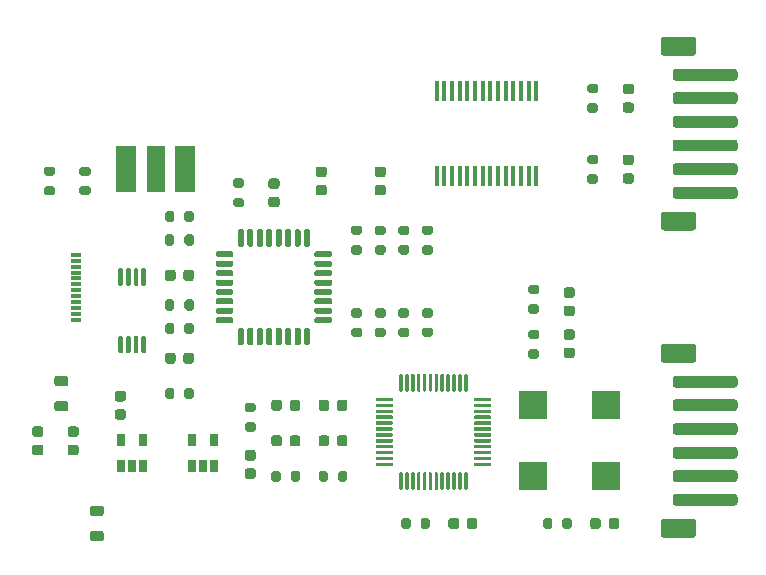
<source format=gbr>
%TF.GenerationSoftware,KiCad,Pcbnew,5.1.10*%
%TF.CreationDate,2021-05-25T23:34:38-06:00*%
%TF.ProjectId,mountaineer,6d6f756e-7461-4696-9e65-65722e6b6963,2*%
%TF.SameCoordinates,Original*%
%TF.FileFunction,Paste,Top*%
%TF.FilePolarity,Positive*%
%FSLAX46Y46*%
G04 Gerber Fmt 4.6, Leading zero omitted, Abs format (unit mm)*
G04 Created by KiCad (PCBNEW 5.1.10) date 2021-05-25 23:34:38*
%MOMM*%
%LPD*%
G01*
G04 APERTURE LIST*
%ADD10R,0.850000X0.350000*%
%ADD11R,1.700000X4.000000*%
%ADD12R,1.500000X4.000000*%
%ADD13R,0.450000X1.750000*%
%ADD14R,0.650000X1.060000*%
%ADD15R,2.350000X2.450000*%
G04 APERTURE END LIST*
%TO.C,R25*%
G36*
G01*
X131425000Y-116275000D02*
X131425000Y-115725000D01*
G75*
G02*
X131625000Y-115525000I200000J0D01*
G01*
X132025000Y-115525000D01*
G75*
G02*
X132225000Y-115725000I0J-200000D01*
G01*
X132225000Y-116275000D01*
G75*
G02*
X132025000Y-116475000I-200000J0D01*
G01*
X131625000Y-116475000D01*
G75*
G02*
X131425000Y-116275000I0J200000D01*
G01*
G37*
G36*
G01*
X129775000Y-116275000D02*
X129775000Y-115725000D01*
G75*
G02*
X129975000Y-115525000I200000J0D01*
G01*
X130375000Y-115525000D01*
G75*
G02*
X130575000Y-115725000I0J-200000D01*
G01*
X130575000Y-116275000D01*
G75*
G02*
X130375000Y-116475000I-200000J0D01*
G01*
X129975000Y-116475000D01*
G75*
G02*
X129775000Y-116275000I0J200000D01*
G01*
G37*
%TD*%
D10*
%TO.C,J1*%
X122275000Y-109250000D03*
X122275000Y-108750000D03*
X122275000Y-108250000D03*
X122275000Y-107750000D03*
X122275000Y-107250000D03*
X122275000Y-106750000D03*
X122275000Y-106250000D03*
X122275000Y-105750000D03*
X122275000Y-105250000D03*
X122275000Y-104750000D03*
X122275000Y-109750000D03*
X122275000Y-104250000D03*
%TD*%
%TO.C,L2*%
G36*
G01*
X120618750Y-116625000D02*
X121381250Y-116625000D01*
G75*
G02*
X121600000Y-116843750I0J-218750D01*
G01*
X121600000Y-117281250D01*
G75*
G02*
X121381250Y-117500000I-218750J0D01*
G01*
X120618750Y-117500000D01*
G75*
G02*
X120400000Y-117281250I0J218750D01*
G01*
X120400000Y-116843750D01*
G75*
G02*
X120618750Y-116625000I218750J0D01*
G01*
G37*
G36*
G01*
X120618750Y-114500000D02*
X121381250Y-114500000D01*
G75*
G02*
X121600000Y-114718750I0J-218750D01*
G01*
X121600000Y-115156250D01*
G75*
G02*
X121381250Y-115375000I-218750J0D01*
G01*
X120618750Y-115375000D01*
G75*
G02*
X120400000Y-115156250I0J218750D01*
G01*
X120400000Y-114718750D01*
G75*
G02*
X120618750Y-114500000I218750J0D01*
G01*
G37*
%TD*%
%TO.C,L1*%
G36*
G01*
X124381250Y-126375000D02*
X123618750Y-126375000D01*
G75*
G02*
X123400000Y-126156250I0J218750D01*
G01*
X123400000Y-125718750D01*
G75*
G02*
X123618750Y-125500000I218750J0D01*
G01*
X124381250Y-125500000D01*
G75*
G02*
X124600000Y-125718750I0J-218750D01*
G01*
X124600000Y-126156250D01*
G75*
G02*
X124381250Y-126375000I-218750J0D01*
G01*
G37*
G36*
G01*
X124381250Y-128500000D02*
X123618750Y-128500000D01*
G75*
G02*
X123400000Y-128281250I0J218750D01*
G01*
X123400000Y-127843750D01*
G75*
G02*
X123618750Y-127625000I218750J0D01*
G01*
X124381250Y-127625000D01*
G75*
G02*
X124600000Y-127843750I0J-218750D01*
G01*
X124600000Y-128281250D01*
G75*
G02*
X124381250Y-128500000I-218750J0D01*
G01*
G37*
%TD*%
%TO.C,U5*%
G36*
G01*
X126125000Y-106875000D02*
X125925000Y-106875000D01*
G75*
G02*
X125825000Y-106775000I0J100000D01*
G01*
X125825000Y-105500000D01*
G75*
G02*
X125925000Y-105400000I100000J0D01*
G01*
X126125000Y-105400000D01*
G75*
G02*
X126225000Y-105500000I0J-100000D01*
G01*
X126225000Y-106775000D01*
G75*
G02*
X126125000Y-106875000I-100000J0D01*
G01*
G37*
G36*
G01*
X126775000Y-106875000D02*
X126575000Y-106875000D01*
G75*
G02*
X126475000Y-106775000I0J100000D01*
G01*
X126475000Y-105500000D01*
G75*
G02*
X126575000Y-105400000I100000J0D01*
G01*
X126775000Y-105400000D01*
G75*
G02*
X126875000Y-105500000I0J-100000D01*
G01*
X126875000Y-106775000D01*
G75*
G02*
X126775000Y-106875000I-100000J0D01*
G01*
G37*
G36*
G01*
X127425000Y-106875000D02*
X127225000Y-106875000D01*
G75*
G02*
X127125000Y-106775000I0J100000D01*
G01*
X127125000Y-105500000D01*
G75*
G02*
X127225000Y-105400000I100000J0D01*
G01*
X127425000Y-105400000D01*
G75*
G02*
X127525000Y-105500000I0J-100000D01*
G01*
X127525000Y-106775000D01*
G75*
G02*
X127425000Y-106875000I-100000J0D01*
G01*
G37*
G36*
G01*
X128075000Y-106875000D02*
X127875000Y-106875000D01*
G75*
G02*
X127775000Y-106775000I0J100000D01*
G01*
X127775000Y-105500000D01*
G75*
G02*
X127875000Y-105400000I100000J0D01*
G01*
X128075000Y-105400000D01*
G75*
G02*
X128175000Y-105500000I0J-100000D01*
G01*
X128175000Y-106775000D01*
G75*
G02*
X128075000Y-106875000I-100000J0D01*
G01*
G37*
G36*
G01*
X128075000Y-112600000D02*
X127875000Y-112600000D01*
G75*
G02*
X127775000Y-112500000I0J100000D01*
G01*
X127775000Y-111225000D01*
G75*
G02*
X127875000Y-111125000I100000J0D01*
G01*
X128075000Y-111125000D01*
G75*
G02*
X128175000Y-111225000I0J-100000D01*
G01*
X128175000Y-112500000D01*
G75*
G02*
X128075000Y-112600000I-100000J0D01*
G01*
G37*
G36*
G01*
X127425000Y-112600000D02*
X127225000Y-112600000D01*
G75*
G02*
X127125000Y-112500000I0J100000D01*
G01*
X127125000Y-111225000D01*
G75*
G02*
X127225000Y-111125000I100000J0D01*
G01*
X127425000Y-111125000D01*
G75*
G02*
X127525000Y-111225000I0J-100000D01*
G01*
X127525000Y-112500000D01*
G75*
G02*
X127425000Y-112600000I-100000J0D01*
G01*
G37*
G36*
G01*
X126775000Y-112600000D02*
X126575000Y-112600000D01*
G75*
G02*
X126475000Y-112500000I0J100000D01*
G01*
X126475000Y-111225000D01*
G75*
G02*
X126575000Y-111125000I100000J0D01*
G01*
X126775000Y-111125000D01*
G75*
G02*
X126875000Y-111225000I0J-100000D01*
G01*
X126875000Y-112500000D01*
G75*
G02*
X126775000Y-112600000I-100000J0D01*
G01*
G37*
G36*
G01*
X126125000Y-112600000D02*
X125925000Y-112600000D01*
G75*
G02*
X125825000Y-112500000I0J100000D01*
G01*
X125825000Y-111225000D01*
G75*
G02*
X125925000Y-111125000I100000J0D01*
G01*
X126125000Y-111125000D01*
G75*
G02*
X126225000Y-111225000I0J-100000D01*
G01*
X126225000Y-112500000D01*
G75*
G02*
X126125000Y-112600000I-100000J0D01*
G01*
G37*
%TD*%
D11*
%TO.C,Y1*%
X131500000Y-97000000D03*
D12*
X129000000Y-97000000D03*
D11*
X126500000Y-97000000D03*
%TD*%
%TO.C,J2*%
G36*
G01*
X174500000Y-87400000D02*
X172000000Y-87400000D01*
G75*
G02*
X171750000Y-87150000I0J250000D01*
G01*
X171750000Y-86050000D01*
G75*
G02*
X172000000Y-85800000I250000J0D01*
G01*
X174500000Y-85800000D01*
G75*
G02*
X174750000Y-86050000I0J-250000D01*
G01*
X174750000Y-87150000D01*
G75*
G02*
X174500000Y-87400000I-250000J0D01*
G01*
G37*
G36*
G01*
X174500000Y-102200000D02*
X172000000Y-102200000D01*
G75*
G02*
X171750000Y-101950000I0J250000D01*
G01*
X171750000Y-100850000D01*
G75*
G02*
X172000000Y-100600000I250000J0D01*
G01*
X174500000Y-100600000D01*
G75*
G02*
X174750000Y-100850000I0J-250000D01*
G01*
X174750000Y-101950000D01*
G75*
G02*
X174500000Y-102200000I-250000J0D01*
G01*
G37*
G36*
G01*
X178000000Y-89500000D02*
X173000000Y-89500000D01*
G75*
G02*
X172750000Y-89250000I0J250000D01*
G01*
X172750000Y-88750000D01*
G75*
G02*
X173000000Y-88500000I250000J0D01*
G01*
X178000000Y-88500000D01*
G75*
G02*
X178250000Y-88750000I0J-250000D01*
G01*
X178250000Y-89250000D01*
G75*
G02*
X178000000Y-89500000I-250000J0D01*
G01*
G37*
G36*
G01*
X178000000Y-91500000D02*
X173000000Y-91500000D01*
G75*
G02*
X172750000Y-91250000I0J250000D01*
G01*
X172750000Y-90750000D01*
G75*
G02*
X173000000Y-90500000I250000J0D01*
G01*
X178000000Y-90500000D01*
G75*
G02*
X178250000Y-90750000I0J-250000D01*
G01*
X178250000Y-91250000D01*
G75*
G02*
X178000000Y-91500000I-250000J0D01*
G01*
G37*
G36*
G01*
X178000000Y-93500000D02*
X173000000Y-93500000D01*
G75*
G02*
X172750000Y-93250000I0J250000D01*
G01*
X172750000Y-92750000D01*
G75*
G02*
X173000000Y-92500000I250000J0D01*
G01*
X178000000Y-92500000D01*
G75*
G02*
X178250000Y-92750000I0J-250000D01*
G01*
X178250000Y-93250000D01*
G75*
G02*
X178000000Y-93500000I-250000J0D01*
G01*
G37*
G36*
G01*
X178000000Y-95500000D02*
X173000000Y-95500000D01*
G75*
G02*
X172750000Y-95250000I0J250000D01*
G01*
X172750000Y-94750000D01*
G75*
G02*
X173000000Y-94500000I250000J0D01*
G01*
X178000000Y-94500000D01*
G75*
G02*
X178250000Y-94750000I0J-250000D01*
G01*
X178250000Y-95250000D01*
G75*
G02*
X178000000Y-95500000I-250000J0D01*
G01*
G37*
G36*
G01*
X178000000Y-97500000D02*
X173000000Y-97500000D01*
G75*
G02*
X172750000Y-97250000I0J250000D01*
G01*
X172750000Y-96750000D01*
G75*
G02*
X173000000Y-96500000I250000J0D01*
G01*
X178000000Y-96500000D01*
G75*
G02*
X178250000Y-96750000I0J-250000D01*
G01*
X178250000Y-97250000D01*
G75*
G02*
X178000000Y-97500000I-250000J0D01*
G01*
G37*
G36*
G01*
X178000000Y-99500000D02*
X173000000Y-99500000D01*
G75*
G02*
X172750000Y-99250000I0J250000D01*
G01*
X172750000Y-98750000D01*
G75*
G02*
X173000000Y-98500000I250000J0D01*
G01*
X178000000Y-98500000D01*
G75*
G02*
X178250000Y-98750000I0J-250000D01*
G01*
X178250000Y-99250000D01*
G75*
G02*
X178000000Y-99500000I-250000J0D01*
G01*
G37*
%TD*%
%TO.C,J3*%
G36*
G01*
X174500000Y-113400000D02*
X172000000Y-113400000D01*
G75*
G02*
X171750000Y-113150000I0J250000D01*
G01*
X171750000Y-112050000D01*
G75*
G02*
X172000000Y-111800000I250000J0D01*
G01*
X174500000Y-111800000D01*
G75*
G02*
X174750000Y-112050000I0J-250000D01*
G01*
X174750000Y-113150000D01*
G75*
G02*
X174500000Y-113400000I-250000J0D01*
G01*
G37*
G36*
G01*
X174500000Y-128200000D02*
X172000000Y-128200000D01*
G75*
G02*
X171750000Y-127950000I0J250000D01*
G01*
X171750000Y-126850000D01*
G75*
G02*
X172000000Y-126600000I250000J0D01*
G01*
X174500000Y-126600000D01*
G75*
G02*
X174750000Y-126850000I0J-250000D01*
G01*
X174750000Y-127950000D01*
G75*
G02*
X174500000Y-128200000I-250000J0D01*
G01*
G37*
G36*
G01*
X178000000Y-115500000D02*
X173000000Y-115500000D01*
G75*
G02*
X172750000Y-115250000I0J250000D01*
G01*
X172750000Y-114750000D01*
G75*
G02*
X173000000Y-114500000I250000J0D01*
G01*
X178000000Y-114500000D01*
G75*
G02*
X178250000Y-114750000I0J-250000D01*
G01*
X178250000Y-115250000D01*
G75*
G02*
X178000000Y-115500000I-250000J0D01*
G01*
G37*
G36*
G01*
X178000000Y-117500000D02*
X173000000Y-117500000D01*
G75*
G02*
X172750000Y-117250000I0J250000D01*
G01*
X172750000Y-116750000D01*
G75*
G02*
X173000000Y-116500000I250000J0D01*
G01*
X178000000Y-116500000D01*
G75*
G02*
X178250000Y-116750000I0J-250000D01*
G01*
X178250000Y-117250000D01*
G75*
G02*
X178000000Y-117500000I-250000J0D01*
G01*
G37*
G36*
G01*
X178000000Y-119500000D02*
X173000000Y-119500000D01*
G75*
G02*
X172750000Y-119250000I0J250000D01*
G01*
X172750000Y-118750000D01*
G75*
G02*
X173000000Y-118500000I250000J0D01*
G01*
X178000000Y-118500000D01*
G75*
G02*
X178250000Y-118750000I0J-250000D01*
G01*
X178250000Y-119250000D01*
G75*
G02*
X178000000Y-119500000I-250000J0D01*
G01*
G37*
G36*
G01*
X178000000Y-121500000D02*
X173000000Y-121500000D01*
G75*
G02*
X172750000Y-121250000I0J250000D01*
G01*
X172750000Y-120750000D01*
G75*
G02*
X173000000Y-120500000I250000J0D01*
G01*
X178000000Y-120500000D01*
G75*
G02*
X178250000Y-120750000I0J-250000D01*
G01*
X178250000Y-121250000D01*
G75*
G02*
X178000000Y-121500000I-250000J0D01*
G01*
G37*
G36*
G01*
X178000000Y-123500000D02*
X173000000Y-123500000D01*
G75*
G02*
X172750000Y-123250000I0J250000D01*
G01*
X172750000Y-122750000D01*
G75*
G02*
X173000000Y-122500000I250000J0D01*
G01*
X178000000Y-122500000D01*
G75*
G02*
X178250000Y-122750000I0J-250000D01*
G01*
X178250000Y-123250000D01*
G75*
G02*
X178000000Y-123500000I-250000J0D01*
G01*
G37*
G36*
G01*
X178000000Y-125500000D02*
X173000000Y-125500000D01*
G75*
G02*
X172750000Y-125250000I0J250000D01*
G01*
X172750000Y-124750000D01*
G75*
G02*
X173000000Y-124500000I250000J0D01*
G01*
X178000000Y-124500000D01*
G75*
G02*
X178250000Y-124750000I0J-250000D01*
G01*
X178250000Y-125250000D01*
G75*
G02*
X178000000Y-125500000I-250000J0D01*
G01*
G37*
%TD*%
D13*
%TO.C,U2*%
X161225000Y-97600000D03*
X160575000Y-97600000D03*
X159925000Y-97600000D03*
X159275000Y-97600000D03*
X158625000Y-97600000D03*
X157975000Y-97600000D03*
X157325000Y-97600000D03*
X156675000Y-97600000D03*
X156025000Y-97600000D03*
X155375000Y-97600000D03*
X154725000Y-97600000D03*
X154075000Y-97600000D03*
X153425000Y-97600000D03*
X152775000Y-97600000D03*
X152775000Y-90400000D03*
X153425000Y-90400000D03*
X154075000Y-90400000D03*
X154725000Y-90400000D03*
X155375000Y-90400000D03*
X156025000Y-90400000D03*
X156675000Y-90400000D03*
X157325000Y-90400000D03*
X157975000Y-90400000D03*
X158625000Y-90400000D03*
X159275000Y-90400000D03*
X159925000Y-90400000D03*
X160575000Y-90400000D03*
X161225000Y-90400000D03*
%TD*%
%TO.C,U1*%
G36*
G01*
X135450000Y-110050000D02*
X134200000Y-110050000D01*
G75*
G02*
X134075000Y-109925000I0J125000D01*
G01*
X134075000Y-109675000D01*
G75*
G02*
X134200000Y-109550000I125000J0D01*
G01*
X135450000Y-109550000D01*
G75*
G02*
X135575000Y-109675000I0J-125000D01*
G01*
X135575000Y-109925000D01*
G75*
G02*
X135450000Y-110050000I-125000J0D01*
G01*
G37*
G36*
G01*
X135450000Y-109250000D02*
X134200000Y-109250000D01*
G75*
G02*
X134075000Y-109125000I0J125000D01*
G01*
X134075000Y-108875000D01*
G75*
G02*
X134200000Y-108750000I125000J0D01*
G01*
X135450000Y-108750000D01*
G75*
G02*
X135575000Y-108875000I0J-125000D01*
G01*
X135575000Y-109125000D01*
G75*
G02*
X135450000Y-109250000I-125000J0D01*
G01*
G37*
G36*
G01*
X135450000Y-108450000D02*
X134200000Y-108450000D01*
G75*
G02*
X134075000Y-108325000I0J125000D01*
G01*
X134075000Y-108075000D01*
G75*
G02*
X134200000Y-107950000I125000J0D01*
G01*
X135450000Y-107950000D01*
G75*
G02*
X135575000Y-108075000I0J-125000D01*
G01*
X135575000Y-108325000D01*
G75*
G02*
X135450000Y-108450000I-125000J0D01*
G01*
G37*
G36*
G01*
X135450000Y-107650000D02*
X134200000Y-107650000D01*
G75*
G02*
X134075000Y-107525000I0J125000D01*
G01*
X134075000Y-107275000D01*
G75*
G02*
X134200000Y-107150000I125000J0D01*
G01*
X135450000Y-107150000D01*
G75*
G02*
X135575000Y-107275000I0J-125000D01*
G01*
X135575000Y-107525000D01*
G75*
G02*
X135450000Y-107650000I-125000J0D01*
G01*
G37*
G36*
G01*
X135450000Y-106850000D02*
X134200000Y-106850000D01*
G75*
G02*
X134075000Y-106725000I0J125000D01*
G01*
X134075000Y-106475000D01*
G75*
G02*
X134200000Y-106350000I125000J0D01*
G01*
X135450000Y-106350000D01*
G75*
G02*
X135575000Y-106475000I0J-125000D01*
G01*
X135575000Y-106725000D01*
G75*
G02*
X135450000Y-106850000I-125000J0D01*
G01*
G37*
G36*
G01*
X135450000Y-106050000D02*
X134200000Y-106050000D01*
G75*
G02*
X134075000Y-105925000I0J125000D01*
G01*
X134075000Y-105675000D01*
G75*
G02*
X134200000Y-105550000I125000J0D01*
G01*
X135450000Y-105550000D01*
G75*
G02*
X135575000Y-105675000I0J-125000D01*
G01*
X135575000Y-105925000D01*
G75*
G02*
X135450000Y-106050000I-125000J0D01*
G01*
G37*
G36*
G01*
X135450000Y-105250000D02*
X134200000Y-105250000D01*
G75*
G02*
X134075000Y-105125000I0J125000D01*
G01*
X134075000Y-104875000D01*
G75*
G02*
X134200000Y-104750000I125000J0D01*
G01*
X135450000Y-104750000D01*
G75*
G02*
X135575000Y-104875000I0J-125000D01*
G01*
X135575000Y-105125000D01*
G75*
G02*
X135450000Y-105250000I-125000J0D01*
G01*
G37*
G36*
G01*
X135450000Y-104450000D02*
X134200000Y-104450000D01*
G75*
G02*
X134075000Y-104325000I0J125000D01*
G01*
X134075000Y-104075000D01*
G75*
G02*
X134200000Y-103950000I125000J0D01*
G01*
X135450000Y-103950000D01*
G75*
G02*
X135575000Y-104075000I0J-125000D01*
G01*
X135575000Y-104325000D01*
G75*
G02*
X135450000Y-104450000I-125000J0D01*
G01*
G37*
G36*
G01*
X136325000Y-103575000D02*
X136075000Y-103575000D01*
G75*
G02*
X135950000Y-103450000I0J125000D01*
G01*
X135950000Y-102200000D01*
G75*
G02*
X136075000Y-102075000I125000J0D01*
G01*
X136325000Y-102075000D01*
G75*
G02*
X136450000Y-102200000I0J-125000D01*
G01*
X136450000Y-103450000D01*
G75*
G02*
X136325000Y-103575000I-125000J0D01*
G01*
G37*
G36*
G01*
X137125000Y-103575000D02*
X136875000Y-103575000D01*
G75*
G02*
X136750000Y-103450000I0J125000D01*
G01*
X136750000Y-102200000D01*
G75*
G02*
X136875000Y-102075000I125000J0D01*
G01*
X137125000Y-102075000D01*
G75*
G02*
X137250000Y-102200000I0J-125000D01*
G01*
X137250000Y-103450000D01*
G75*
G02*
X137125000Y-103575000I-125000J0D01*
G01*
G37*
G36*
G01*
X137925000Y-103575000D02*
X137675000Y-103575000D01*
G75*
G02*
X137550000Y-103450000I0J125000D01*
G01*
X137550000Y-102200000D01*
G75*
G02*
X137675000Y-102075000I125000J0D01*
G01*
X137925000Y-102075000D01*
G75*
G02*
X138050000Y-102200000I0J-125000D01*
G01*
X138050000Y-103450000D01*
G75*
G02*
X137925000Y-103575000I-125000J0D01*
G01*
G37*
G36*
G01*
X138725000Y-103575000D02*
X138475000Y-103575000D01*
G75*
G02*
X138350000Y-103450000I0J125000D01*
G01*
X138350000Y-102200000D01*
G75*
G02*
X138475000Y-102075000I125000J0D01*
G01*
X138725000Y-102075000D01*
G75*
G02*
X138850000Y-102200000I0J-125000D01*
G01*
X138850000Y-103450000D01*
G75*
G02*
X138725000Y-103575000I-125000J0D01*
G01*
G37*
G36*
G01*
X139525000Y-103575000D02*
X139275000Y-103575000D01*
G75*
G02*
X139150000Y-103450000I0J125000D01*
G01*
X139150000Y-102200000D01*
G75*
G02*
X139275000Y-102075000I125000J0D01*
G01*
X139525000Y-102075000D01*
G75*
G02*
X139650000Y-102200000I0J-125000D01*
G01*
X139650000Y-103450000D01*
G75*
G02*
X139525000Y-103575000I-125000J0D01*
G01*
G37*
G36*
G01*
X140325000Y-103575000D02*
X140075000Y-103575000D01*
G75*
G02*
X139950000Y-103450000I0J125000D01*
G01*
X139950000Y-102200000D01*
G75*
G02*
X140075000Y-102075000I125000J0D01*
G01*
X140325000Y-102075000D01*
G75*
G02*
X140450000Y-102200000I0J-125000D01*
G01*
X140450000Y-103450000D01*
G75*
G02*
X140325000Y-103575000I-125000J0D01*
G01*
G37*
G36*
G01*
X141125000Y-103575000D02*
X140875000Y-103575000D01*
G75*
G02*
X140750000Y-103450000I0J125000D01*
G01*
X140750000Y-102200000D01*
G75*
G02*
X140875000Y-102075000I125000J0D01*
G01*
X141125000Y-102075000D01*
G75*
G02*
X141250000Y-102200000I0J-125000D01*
G01*
X141250000Y-103450000D01*
G75*
G02*
X141125000Y-103575000I-125000J0D01*
G01*
G37*
G36*
G01*
X141925000Y-103575000D02*
X141675000Y-103575000D01*
G75*
G02*
X141550000Y-103450000I0J125000D01*
G01*
X141550000Y-102200000D01*
G75*
G02*
X141675000Y-102075000I125000J0D01*
G01*
X141925000Y-102075000D01*
G75*
G02*
X142050000Y-102200000I0J-125000D01*
G01*
X142050000Y-103450000D01*
G75*
G02*
X141925000Y-103575000I-125000J0D01*
G01*
G37*
G36*
G01*
X143800000Y-104450000D02*
X142550000Y-104450000D01*
G75*
G02*
X142425000Y-104325000I0J125000D01*
G01*
X142425000Y-104075000D01*
G75*
G02*
X142550000Y-103950000I125000J0D01*
G01*
X143800000Y-103950000D01*
G75*
G02*
X143925000Y-104075000I0J-125000D01*
G01*
X143925000Y-104325000D01*
G75*
G02*
X143800000Y-104450000I-125000J0D01*
G01*
G37*
G36*
G01*
X143800000Y-105250000D02*
X142550000Y-105250000D01*
G75*
G02*
X142425000Y-105125000I0J125000D01*
G01*
X142425000Y-104875000D01*
G75*
G02*
X142550000Y-104750000I125000J0D01*
G01*
X143800000Y-104750000D01*
G75*
G02*
X143925000Y-104875000I0J-125000D01*
G01*
X143925000Y-105125000D01*
G75*
G02*
X143800000Y-105250000I-125000J0D01*
G01*
G37*
G36*
G01*
X143800000Y-106050000D02*
X142550000Y-106050000D01*
G75*
G02*
X142425000Y-105925000I0J125000D01*
G01*
X142425000Y-105675000D01*
G75*
G02*
X142550000Y-105550000I125000J0D01*
G01*
X143800000Y-105550000D01*
G75*
G02*
X143925000Y-105675000I0J-125000D01*
G01*
X143925000Y-105925000D01*
G75*
G02*
X143800000Y-106050000I-125000J0D01*
G01*
G37*
G36*
G01*
X143800000Y-106850000D02*
X142550000Y-106850000D01*
G75*
G02*
X142425000Y-106725000I0J125000D01*
G01*
X142425000Y-106475000D01*
G75*
G02*
X142550000Y-106350000I125000J0D01*
G01*
X143800000Y-106350000D01*
G75*
G02*
X143925000Y-106475000I0J-125000D01*
G01*
X143925000Y-106725000D01*
G75*
G02*
X143800000Y-106850000I-125000J0D01*
G01*
G37*
G36*
G01*
X143800000Y-107650000D02*
X142550000Y-107650000D01*
G75*
G02*
X142425000Y-107525000I0J125000D01*
G01*
X142425000Y-107275000D01*
G75*
G02*
X142550000Y-107150000I125000J0D01*
G01*
X143800000Y-107150000D01*
G75*
G02*
X143925000Y-107275000I0J-125000D01*
G01*
X143925000Y-107525000D01*
G75*
G02*
X143800000Y-107650000I-125000J0D01*
G01*
G37*
G36*
G01*
X143800000Y-108450000D02*
X142550000Y-108450000D01*
G75*
G02*
X142425000Y-108325000I0J125000D01*
G01*
X142425000Y-108075000D01*
G75*
G02*
X142550000Y-107950000I125000J0D01*
G01*
X143800000Y-107950000D01*
G75*
G02*
X143925000Y-108075000I0J-125000D01*
G01*
X143925000Y-108325000D01*
G75*
G02*
X143800000Y-108450000I-125000J0D01*
G01*
G37*
G36*
G01*
X143800000Y-109250000D02*
X142550000Y-109250000D01*
G75*
G02*
X142425000Y-109125000I0J125000D01*
G01*
X142425000Y-108875000D01*
G75*
G02*
X142550000Y-108750000I125000J0D01*
G01*
X143800000Y-108750000D01*
G75*
G02*
X143925000Y-108875000I0J-125000D01*
G01*
X143925000Y-109125000D01*
G75*
G02*
X143800000Y-109250000I-125000J0D01*
G01*
G37*
G36*
G01*
X143800000Y-110050000D02*
X142550000Y-110050000D01*
G75*
G02*
X142425000Y-109925000I0J125000D01*
G01*
X142425000Y-109675000D01*
G75*
G02*
X142550000Y-109550000I125000J0D01*
G01*
X143800000Y-109550000D01*
G75*
G02*
X143925000Y-109675000I0J-125000D01*
G01*
X143925000Y-109925000D01*
G75*
G02*
X143800000Y-110050000I-125000J0D01*
G01*
G37*
G36*
G01*
X141925000Y-111925000D02*
X141675000Y-111925000D01*
G75*
G02*
X141550000Y-111800000I0J125000D01*
G01*
X141550000Y-110550000D01*
G75*
G02*
X141675000Y-110425000I125000J0D01*
G01*
X141925000Y-110425000D01*
G75*
G02*
X142050000Y-110550000I0J-125000D01*
G01*
X142050000Y-111800000D01*
G75*
G02*
X141925000Y-111925000I-125000J0D01*
G01*
G37*
G36*
G01*
X141125000Y-111925000D02*
X140875000Y-111925000D01*
G75*
G02*
X140750000Y-111800000I0J125000D01*
G01*
X140750000Y-110550000D01*
G75*
G02*
X140875000Y-110425000I125000J0D01*
G01*
X141125000Y-110425000D01*
G75*
G02*
X141250000Y-110550000I0J-125000D01*
G01*
X141250000Y-111800000D01*
G75*
G02*
X141125000Y-111925000I-125000J0D01*
G01*
G37*
G36*
G01*
X140325000Y-111925000D02*
X140075000Y-111925000D01*
G75*
G02*
X139950000Y-111800000I0J125000D01*
G01*
X139950000Y-110550000D01*
G75*
G02*
X140075000Y-110425000I125000J0D01*
G01*
X140325000Y-110425000D01*
G75*
G02*
X140450000Y-110550000I0J-125000D01*
G01*
X140450000Y-111800000D01*
G75*
G02*
X140325000Y-111925000I-125000J0D01*
G01*
G37*
G36*
G01*
X139525000Y-111925000D02*
X139275000Y-111925000D01*
G75*
G02*
X139150000Y-111800000I0J125000D01*
G01*
X139150000Y-110550000D01*
G75*
G02*
X139275000Y-110425000I125000J0D01*
G01*
X139525000Y-110425000D01*
G75*
G02*
X139650000Y-110550000I0J-125000D01*
G01*
X139650000Y-111800000D01*
G75*
G02*
X139525000Y-111925000I-125000J0D01*
G01*
G37*
G36*
G01*
X138725000Y-111925000D02*
X138475000Y-111925000D01*
G75*
G02*
X138350000Y-111800000I0J125000D01*
G01*
X138350000Y-110550000D01*
G75*
G02*
X138475000Y-110425000I125000J0D01*
G01*
X138725000Y-110425000D01*
G75*
G02*
X138850000Y-110550000I0J-125000D01*
G01*
X138850000Y-111800000D01*
G75*
G02*
X138725000Y-111925000I-125000J0D01*
G01*
G37*
G36*
G01*
X137925000Y-111925000D02*
X137675000Y-111925000D01*
G75*
G02*
X137550000Y-111800000I0J125000D01*
G01*
X137550000Y-110550000D01*
G75*
G02*
X137675000Y-110425000I125000J0D01*
G01*
X137925000Y-110425000D01*
G75*
G02*
X138050000Y-110550000I0J-125000D01*
G01*
X138050000Y-111800000D01*
G75*
G02*
X137925000Y-111925000I-125000J0D01*
G01*
G37*
G36*
G01*
X137125000Y-111925000D02*
X136875000Y-111925000D01*
G75*
G02*
X136750000Y-111800000I0J125000D01*
G01*
X136750000Y-110550000D01*
G75*
G02*
X136875000Y-110425000I125000J0D01*
G01*
X137125000Y-110425000D01*
G75*
G02*
X137250000Y-110550000I0J-125000D01*
G01*
X137250000Y-111800000D01*
G75*
G02*
X137125000Y-111925000I-125000J0D01*
G01*
G37*
G36*
G01*
X136325000Y-111925000D02*
X136075000Y-111925000D01*
G75*
G02*
X135950000Y-111800000I0J125000D01*
G01*
X135950000Y-110550000D01*
G75*
G02*
X136075000Y-110425000I125000J0D01*
G01*
X136325000Y-110425000D01*
G75*
G02*
X136450000Y-110550000I0J-125000D01*
G01*
X136450000Y-111800000D01*
G75*
G02*
X136325000Y-111925000I-125000J0D01*
G01*
G37*
%TD*%
%TO.C,U3*%
G36*
G01*
X149600000Y-115750000D02*
X149600000Y-114425000D01*
G75*
G02*
X149675000Y-114350000I75000J0D01*
G01*
X149825000Y-114350000D01*
G75*
G02*
X149900000Y-114425000I0J-75000D01*
G01*
X149900000Y-115750000D01*
G75*
G02*
X149825000Y-115825000I-75000J0D01*
G01*
X149675000Y-115825000D01*
G75*
G02*
X149600000Y-115750000I0J75000D01*
G01*
G37*
G36*
G01*
X150100000Y-115750000D02*
X150100000Y-114425000D01*
G75*
G02*
X150175000Y-114350000I75000J0D01*
G01*
X150325000Y-114350000D01*
G75*
G02*
X150400000Y-114425000I0J-75000D01*
G01*
X150400000Y-115750000D01*
G75*
G02*
X150325000Y-115825000I-75000J0D01*
G01*
X150175000Y-115825000D01*
G75*
G02*
X150100000Y-115750000I0J75000D01*
G01*
G37*
G36*
G01*
X150600000Y-115750000D02*
X150600000Y-114425000D01*
G75*
G02*
X150675000Y-114350000I75000J0D01*
G01*
X150825000Y-114350000D01*
G75*
G02*
X150900000Y-114425000I0J-75000D01*
G01*
X150900000Y-115750000D01*
G75*
G02*
X150825000Y-115825000I-75000J0D01*
G01*
X150675000Y-115825000D01*
G75*
G02*
X150600000Y-115750000I0J75000D01*
G01*
G37*
G36*
G01*
X151100000Y-115750000D02*
X151100000Y-114425000D01*
G75*
G02*
X151175000Y-114350000I75000J0D01*
G01*
X151325000Y-114350000D01*
G75*
G02*
X151400000Y-114425000I0J-75000D01*
G01*
X151400000Y-115750000D01*
G75*
G02*
X151325000Y-115825000I-75000J0D01*
G01*
X151175000Y-115825000D01*
G75*
G02*
X151100000Y-115750000I0J75000D01*
G01*
G37*
G36*
G01*
X151600000Y-115750000D02*
X151600000Y-114425000D01*
G75*
G02*
X151675000Y-114350000I75000J0D01*
G01*
X151825000Y-114350000D01*
G75*
G02*
X151900000Y-114425000I0J-75000D01*
G01*
X151900000Y-115750000D01*
G75*
G02*
X151825000Y-115825000I-75000J0D01*
G01*
X151675000Y-115825000D01*
G75*
G02*
X151600000Y-115750000I0J75000D01*
G01*
G37*
G36*
G01*
X152100000Y-115750000D02*
X152100000Y-114425000D01*
G75*
G02*
X152175000Y-114350000I75000J0D01*
G01*
X152325000Y-114350000D01*
G75*
G02*
X152400000Y-114425000I0J-75000D01*
G01*
X152400000Y-115750000D01*
G75*
G02*
X152325000Y-115825000I-75000J0D01*
G01*
X152175000Y-115825000D01*
G75*
G02*
X152100000Y-115750000I0J75000D01*
G01*
G37*
G36*
G01*
X152600000Y-115750000D02*
X152600000Y-114425000D01*
G75*
G02*
X152675000Y-114350000I75000J0D01*
G01*
X152825000Y-114350000D01*
G75*
G02*
X152900000Y-114425000I0J-75000D01*
G01*
X152900000Y-115750000D01*
G75*
G02*
X152825000Y-115825000I-75000J0D01*
G01*
X152675000Y-115825000D01*
G75*
G02*
X152600000Y-115750000I0J75000D01*
G01*
G37*
G36*
G01*
X153100000Y-115750000D02*
X153100000Y-114425000D01*
G75*
G02*
X153175000Y-114350000I75000J0D01*
G01*
X153325000Y-114350000D01*
G75*
G02*
X153400000Y-114425000I0J-75000D01*
G01*
X153400000Y-115750000D01*
G75*
G02*
X153325000Y-115825000I-75000J0D01*
G01*
X153175000Y-115825000D01*
G75*
G02*
X153100000Y-115750000I0J75000D01*
G01*
G37*
G36*
G01*
X153600000Y-115750000D02*
X153600000Y-114425000D01*
G75*
G02*
X153675000Y-114350000I75000J0D01*
G01*
X153825000Y-114350000D01*
G75*
G02*
X153900000Y-114425000I0J-75000D01*
G01*
X153900000Y-115750000D01*
G75*
G02*
X153825000Y-115825000I-75000J0D01*
G01*
X153675000Y-115825000D01*
G75*
G02*
X153600000Y-115750000I0J75000D01*
G01*
G37*
G36*
G01*
X154100000Y-115750000D02*
X154100000Y-114425000D01*
G75*
G02*
X154175000Y-114350000I75000J0D01*
G01*
X154325000Y-114350000D01*
G75*
G02*
X154400000Y-114425000I0J-75000D01*
G01*
X154400000Y-115750000D01*
G75*
G02*
X154325000Y-115825000I-75000J0D01*
G01*
X154175000Y-115825000D01*
G75*
G02*
X154100000Y-115750000I0J75000D01*
G01*
G37*
G36*
G01*
X154600000Y-115750000D02*
X154600000Y-114425000D01*
G75*
G02*
X154675000Y-114350000I75000J0D01*
G01*
X154825000Y-114350000D01*
G75*
G02*
X154900000Y-114425000I0J-75000D01*
G01*
X154900000Y-115750000D01*
G75*
G02*
X154825000Y-115825000I-75000J0D01*
G01*
X154675000Y-115825000D01*
G75*
G02*
X154600000Y-115750000I0J75000D01*
G01*
G37*
G36*
G01*
X155100000Y-115750000D02*
X155100000Y-114425000D01*
G75*
G02*
X155175000Y-114350000I75000J0D01*
G01*
X155325000Y-114350000D01*
G75*
G02*
X155400000Y-114425000I0J-75000D01*
G01*
X155400000Y-115750000D01*
G75*
G02*
X155325000Y-115825000I-75000J0D01*
G01*
X155175000Y-115825000D01*
G75*
G02*
X155100000Y-115750000I0J75000D01*
G01*
G37*
G36*
G01*
X155925000Y-116575000D02*
X155925000Y-116425000D01*
G75*
G02*
X156000000Y-116350000I75000J0D01*
G01*
X157325000Y-116350000D01*
G75*
G02*
X157400000Y-116425000I0J-75000D01*
G01*
X157400000Y-116575000D01*
G75*
G02*
X157325000Y-116650000I-75000J0D01*
G01*
X156000000Y-116650000D01*
G75*
G02*
X155925000Y-116575000I0J75000D01*
G01*
G37*
G36*
G01*
X155925000Y-117075000D02*
X155925000Y-116925000D01*
G75*
G02*
X156000000Y-116850000I75000J0D01*
G01*
X157325000Y-116850000D01*
G75*
G02*
X157400000Y-116925000I0J-75000D01*
G01*
X157400000Y-117075000D01*
G75*
G02*
X157325000Y-117150000I-75000J0D01*
G01*
X156000000Y-117150000D01*
G75*
G02*
X155925000Y-117075000I0J75000D01*
G01*
G37*
G36*
G01*
X155925000Y-117575000D02*
X155925000Y-117425000D01*
G75*
G02*
X156000000Y-117350000I75000J0D01*
G01*
X157325000Y-117350000D01*
G75*
G02*
X157400000Y-117425000I0J-75000D01*
G01*
X157400000Y-117575000D01*
G75*
G02*
X157325000Y-117650000I-75000J0D01*
G01*
X156000000Y-117650000D01*
G75*
G02*
X155925000Y-117575000I0J75000D01*
G01*
G37*
G36*
G01*
X155925000Y-118075000D02*
X155925000Y-117925000D01*
G75*
G02*
X156000000Y-117850000I75000J0D01*
G01*
X157325000Y-117850000D01*
G75*
G02*
X157400000Y-117925000I0J-75000D01*
G01*
X157400000Y-118075000D01*
G75*
G02*
X157325000Y-118150000I-75000J0D01*
G01*
X156000000Y-118150000D01*
G75*
G02*
X155925000Y-118075000I0J75000D01*
G01*
G37*
G36*
G01*
X155925000Y-118575000D02*
X155925000Y-118425000D01*
G75*
G02*
X156000000Y-118350000I75000J0D01*
G01*
X157325000Y-118350000D01*
G75*
G02*
X157400000Y-118425000I0J-75000D01*
G01*
X157400000Y-118575000D01*
G75*
G02*
X157325000Y-118650000I-75000J0D01*
G01*
X156000000Y-118650000D01*
G75*
G02*
X155925000Y-118575000I0J75000D01*
G01*
G37*
G36*
G01*
X155925000Y-119075000D02*
X155925000Y-118925000D01*
G75*
G02*
X156000000Y-118850000I75000J0D01*
G01*
X157325000Y-118850000D01*
G75*
G02*
X157400000Y-118925000I0J-75000D01*
G01*
X157400000Y-119075000D01*
G75*
G02*
X157325000Y-119150000I-75000J0D01*
G01*
X156000000Y-119150000D01*
G75*
G02*
X155925000Y-119075000I0J75000D01*
G01*
G37*
G36*
G01*
X155925000Y-119575000D02*
X155925000Y-119425000D01*
G75*
G02*
X156000000Y-119350000I75000J0D01*
G01*
X157325000Y-119350000D01*
G75*
G02*
X157400000Y-119425000I0J-75000D01*
G01*
X157400000Y-119575000D01*
G75*
G02*
X157325000Y-119650000I-75000J0D01*
G01*
X156000000Y-119650000D01*
G75*
G02*
X155925000Y-119575000I0J75000D01*
G01*
G37*
G36*
G01*
X155925000Y-120075000D02*
X155925000Y-119925000D01*
G75*
G02*
X156000000Y-119850000I75000J0D01*
G01*
X157325000Y-119850000D01*
G75*
G02*
X157400000Y-119925000I0J-75000D01*
G01*
X157400000Y-120075000D01*
G75*
G02*
X157325000Y-120150000I-75000J0D01*
G01*
X156000000Y-120150000D01*
G75*
G02*
X155925000Y-120075000I0J75000D01*
G01*
G37*
G36*
G01*
X155925000Y-120575000D02*
X155925000Y-120425000D01*
G75*
G02*
X156000000Y-120350000I75000J0D01*
G01*
X157325000Y-120350000D01*
G75*
G02*
X157400000Y-120425000I0J-75000D01*
G01*
X157400000Y-120575000D01*
G75*
G02*
X157325000Y-120650000I-75000J0D01*
G01*
X156000000Y-120650000D01*
G75*
G02*
X155925000Y-120575000I0J75000D01*
G01*
G37*
G36*
G01*
X155925000Y-121075000D02*
X155925000Y-120925000D01*
G75*
G02*
X156000000Y-120850000I75000J0D01*
G01*
X157325000Y-120850000D01*
G75*
G02*
X157400000Y-120925000I0J-75000D01*
G01*
X157400000Y-121075000D01*
G75*
G02*
X157325000Y-121150000I-75000J0D01*
G01*
X156000000Y-121150000D01*
G75*
G02*
X155925000Y-121075000I0J75000D01*
G01*
G37*
G36*
G01*
X155925000Y-121575000D02*
X155925000Y-121425000D01*
G75*
G02*
X156000000Y-121350000I75000J0D01*
G01*
X157325000Y-121350000D01*
G75*
G02*
X157400000Y-121425000I0J-75000D01*
G01*
X157400000Y-121575000D01*
G75*
G02*
X157325000Y-121650000I-75000J0D01*
G01*
X156000000Y-121650000D01*
G75*
G02*
X155925000Y-121575000I0J75000D01*
G01*
G37*
G36*
G01*
X155925000Y-122075000D02*
X155925000Y-121925000D01*
G75*
G02*
X156000000Y-121850000I75000J0D01*
G01*
X157325000Y-121850000D01*
G75*
G02*
X157400000Y-121925000I0J-75000D01*
G01*
X157400000Y-122075000D01*
G75*
G02*
X157325000Y-122150000I-75000J0D01*
G01*
X156000000Y-122150000D01*
G75*
G02*
X155925000Y-122075000I0J75000D01*
G01*
G37*
G36*
G01*
X155100000Y-124075000D02*
X155100000Y-122750000D01*
G75*
G02*
X155175000Y-122675000I75000J0D01*
G01*
X155325000Y-122675000D01*
G75*
G02*
X155400000Y-122750000I0J-75000D01*
G01*
X155400000Y-124075000D01*
G75*
G02*
X155325000Y-124150000I-75000J0D01*
G01*
X155175000Y-124150000D01*
G75*
G02*
X155100000Y-124075000I0J75000D01*
G01*
G37*
G36*
G01*
X154600000Y-124075000D02*
X154600000Y-122750000D01*
G75*
G02*
X154675000Y-122675000I75000J0D01*
G01*
X154825000Y-122675000D01*
G75*
G02*
X154900000Y-122750000I0J-75000D01*
G01*
X154900000Y-124075000D01*
G75*
G02*
X154825000Y-124150000I-75000J0D01*
G01*
X154675000Y-124150000D01*
G75*
G02*
X154600000Y-124075000I0J75000D01*
G01*
G37*
G36*
G01*
X154100000Y-124075000D02*
X154100000Y-122750000D01*
G75*
G02*
X154175000Y-122675000I75000J0D01*
G01*
X154325000Y-122675000D01*
G75*
G02*
X154400000Y-122750000I0J-75000D01*
G01*
X154400000Y-124075000D01*
G75*
G02*
X154325000Y-124150000I-75000J0D01*
G01*
X154175000Y-124150000D01*
G75*
G02*
X154100000Y-124075000I0J75000D01*
G01*
G37*
G36*
G01*
X153600000Y-124075000D02*
X153600000Y-122750000D01*
G75*
G02*
X153675000Y-122675000I75000J0D01*
G01*
X153825000Y-122675000D01*
G75*
G02*
X153900000Y-122750000I0J-75000D01*
G01*
X153900000Y-124075000D01*
G75*
G02*
X153825000Y-124150000I-75000J0D01*
G01*
X153675000Y-124150000D01*
G75*
G02*
X153600000Y-124075000I0J75000D01*
G01*
G37*
G36*
G01*
X153100000Y-124075000D02*
X153100000Y-122750000D01*
G75*
G02*
X153175000Y-122675000I75000J0D01*
G01*
X153325000Y-122675000D01*
G75*
G02*
X153400000Y-122750000I0J-75000D01*
G01*
X153400000Y-124075000D01*
G75*
G02*
X153325000Y-124150000I-75000J0D01*
G01*
X153175000Y-124150000D01*
G75*
G02*
X153100000Y-124075000I0J75000D01*
G01*
G37*
G36*
G01*
X152600000Y-124075000D02*
X152600000Y-122750000D01*
G75*
G02*
X152675000Y-122675000I75000J0D01*
G01*
X152825000Y-122675000D01*
G75*
G02*
X152900000Y-122750000I0J-75000D01*
G01*
X152900000Y-124075000D01*
G75*
G02*
X152825000Y-124150000I-75000J0D01*
G01*
X152675000Y-124150000D01*
G75*
G02*
X152600000Y-124075000I0J75000D01*
G01*
G37*
G36*
G01*
X152100000Y-124075000D02*
X152100000Y-122750000D01*
G75*
G02*
X152175000Y-122675000I75000J0D01*
G01*
X152325000Y-122675000D01*
G75*
G02*
X152400000Y-122750000I0J-75000D01*
G01*
X152400000Y-124075000D01*
G75*
G02*
X152325000Y-124150000I-75000J0D01*
G01*
X152175000Y-124150000D01*
G75*
G02*
X152100000Y-124075000I0J75000D01*
G01*
G37*
G36*
G01*
X151600000Y-124075000D02*
X151600000Y-122750000D01*
G75*
G02*
X151675000Y-122675000I75000J0D01*
G01*
X151825000Y-122675000D01*
G75*
G02*
X151900000Y-122750000I0J-75000D01*
G01*
X151900000Y-124075000D01*
G75*
G02*
X151825000Y-124150000I-75000J0D01*
G01*
X151675000Y-124150000D01*
G75*
G02*
X151600000Y-124075000I0J75000D01*
G01*
G37*
G36*
G01*
X151100000Y-124075000D02*
X151100000Y-122750000D01*
G75*
G02*
X151175000Y-122675000I75000J0D01*
G01*
X151325000Y-122675000D01*
G75*
G02*
X151400000Y-122750000I0J-75000D01*
G01*
X151400000Y-124075000D01*
G75*
G02*
X151325000Y-124150000I-75000J0D01*
G01*
X151175000Y-124150000D01*
G75*
G02*
X151100000Y-124075000I0J75000D01*
G01*
G37*
G36*
G01*
X150600000Y-124075000D02*
X150600000Y-122750000D01*
G75*
G02*
X150675000Y-122675000I75000J0D01*
G01*
X150825000Y-122675000D01*
G75*
G02*
X150900000Y-122750000I0J-75000D01*
G01*
X150900000Y-124075000D01*
G75*
G02*
X150825000Y-124150000I-75000J0D01*
G01*
X150675000Y-124150000D01*
G75*
G02*
X150600000Y-124075000I0J75000D01*
G01*
G37*
G36*
G01*
X150100000Y-124075000D02*
X150100000Y-122750000D01*
G75*
G02*
X150175000Y-122675000I75000J0D01*
G01*
X150325000Y-122675000D01*
G75*
G02*
X150400000Y-122750000I0J-75000D01*
G01*
X150400000Y-124075000D01*
G75*
G02*
X150325000Y-124150000I-75000J0D01*
G01*
X150175000Y-124150000D01*
G75*
G02*
X150100000Y-124075000I0J75000D01*
G01*
G37*
G36*
G01*
X149600000Y-124075000D02*
X149600000Y-122750000D01*
G75*
G02*
X149675000Y-122675000I75000J0D01*
G01*
X149825000Y-122675000D01*
G75*
G02*
X149900000Y-122750000I0J-75000D01*
G01*
X149900000Y-124075000D01*
G75*
G02*
X149825000Y-124150000I-75000J0D01*
G01*
X149675000Y-124150000D01*
G75*
G02*
X149600000Y-124075000I0J75000D01*
G01*
G37*
G36*
G01*
X147600000Y-122075000D02*
X147600000Y-121925000D01*
G75*
G02*
X147675000Y-121850000I75000J0D01*
G01*
X149000000Y-121850000D01*
G75*
G02*
X149075000Y-121925000I0J-75000D01*
G01*
X149075000Y-122075000D01*
G75*
G02*
X149000000Y-122150000I-75000J0D01*
G01*
X147675000Y-122150000D01*
G75*
G02*
X147600000Y-122075000I0J75000D01*
G01*
G37*
G36*
G01*
X147600000Y-121575000D02*
X147600000Y-121425000D01*
G75*
G02*
X147675000Y-121350000I75000J0D01*
G01*
X149000000Y-121350000D01*
G75*
G02*
X149075000Y-121425000I0J-75000D01*
G01*
X149075000Y-121575000D01*
G75*
G02*
X149000000Y-121650000I-75000J0D01*
G01*
X147675000Y-121650000D01*
G75*
G02*
X147600000Y-121575000I0J75000D01*
G01*
G37*
G36*
G01*
X147600000Y-121075000D02*
X147600000Y-120925000D01*
G75*
G02*
X147675000Y-120850000I75000J0D01*
G01*
X149000000Y-120850000D01*
G75*
G02*
X149075000Y-120925000I0J-75000D01*
G01*
X149075000Y-121075000D01*
G75*
G02*
X149000000Y-121150000I-75000J0D01*
G01*
X147675000Y-121150000D01*
G75*
G02*
X147600000Y-121075000I0J75000D01*
G01*
G37*
G36*
G01*
X147600000Y-120575000D02*
X147600000Y-120425000D01*
G75*
G02*
X147675000Y-120350000I75000J0D01*
G01*
X149000000Y-120350000D01*
G75*
G02*
X149075000Y-120425000I0J-75000D01*
G01*
X149075000Y-120575000D01*
G75*
G02*
X149000000Y-120650000I-75000J0D01*
G01*
X147675000Y-120650000D01*
G75*
G02*
X147600000Y-120575000I0J75000D01*
G01*
G37*
G36*
G01*
X147600000Y-120075000D02*
X147600000Y-119925000D01*
G75*
G02*
X147675000Y-119850000I75000J0D01*
G01*
X149000000Y-119850000D01*
G75*
G02*
X149075000Y-119925000I0J-75000D01*
G01*
X149075000Y-120075000D01*
G75*
G02*
X149000000Y-120150000I-75000J0D01*
G01*
X147675000Y-120150000D01*
G75*
G02*
X147600000Y-120075000I0J75000D01*
G01*
G37*
G36*
G01*
X147600000Y-119575000D02*
X147600000Y-119425000D01*
G75*
G02*
X147675000Y-119350000I75000J0D01*
G01*
X149000000Y-119350000D01*
G75*
G02*
X149075000Y-119425000I0J-75000D01*
G01*
X149075000Y-119575000D01*
G75*
G02*
X149000000Y-119650000I-75000J0D01*
G01*
X147675000Y-119650000D01*
G75*
G02*
X147600000Y-119575000I0J75000D01*
G01*
G37*
G36*
G01*
X147600000Y-119075000D02*
X147600000Y-118925000D01*
G75*
G02*
X147675000Y-118850000I75000J0D01*
G01*
X149000000Y-118850000D01*
G75*
G02*
X149075000Y-118925000I0J-75000D01*
G01*
X149075000Y-119075000D01*
G75*
G02*
X149000000Y-119150000I-75000J0D01*
G01*
X147675000Y-119150000D01*
G75*
G02*
X147600000Y-119075000I0J75000D01*
G01*
G37*
G36*
G01*
X147600000Y-118575000D02*
X147600000Y-118425000D01*
G75*
G02*
X147675000Y-118350000I75000J0D01*
G01*
X149000000Y-118350000D01*
G75*
G02*
X149075000Y-118425000I0J-75000D01*
G01*
X149075000Y-118575000D01*
G75*
G02*
X149000000Y-118650000I-75000J0D01*
G01*
X147675000Y-118650000D01*
G75*
G02*
X147600000Y-118575000I0J75000D01*
G01*
G37*
G36*
G01*
X147600000Y-118075000D02*
X147600000Y-117925000D01*
G75*
G02*
X147675000Y-117850000I75000J0D01*
G01*
X149000000Y-117850000D01*
G75*
G02*
X149075000Y-117925000I0J-75000D01*
G01*
X149075000Y-118075000D01*
G75*
G02*
X149000000Y-118150000I-75000J0D01*
G01*
X147675000Y-118150000D01*
G75*
G02*
X147600000Y-118075000I0J75000D01*
G01*
G37*
G36*
G01*
X147600000Y-117575000D02*
X147600000Y-117425000D01*
G75*
G02*
X147675000Y-117350000I75000J0D01*
G01*
X149000000Y-117350000D01*
G75*
G02*
X149075000Y-117425000I0J-75000D01*
G01*
X149075000Y-117575000D01*
G75*
G02*
X149000000Y-117650000I-75000J0D01*
G01*
X147675000Y-117650000D01*
G75*
G02*
X147600000Y-117575000I0J75000D01*
G01*
G37*
G36*
G01*
X147600000Y-117075000D02*
X147600000Y-116925000D01*
G75*
G02*
X147675000Y-116850000I75000J0D01*
G01*
X149000000Y-116850000D01*
G75*
G02*
X149075000Y-116925000I0J-75000D01*
G01*
X149075000Y-117075000D01*
G75*
G02*
X149000000Y-117150000I-75000J0D01*
G01*
X147675000Y-117150000D01*
G75*
G02*
X147600000Y-117075000I0J75000D01*
G01*
G37*
G36*
G01*
X147600000Y-116575000D02*
X147600000Y-116425000D01*
G75*
G02*
X147675000Y-116350000I75000J0D01*
G01*
X149000000Y-116350000D01*
G75*
G02*
X149075000Y-116425000I0J-75000D01*
G01*
X149075000Y-116575000D01*
G75*
G02*
X149000000Y-116650000I-75000J0D01*
G01*
X147675000Y-116650000D01*
G75*
G02*
X147600000Y-116575000I0J75000D01*
G01*
G37*
%TD*%
%TO.C,R24*%
G36*
G01*
X144425000Y-123275000D02*
X144425000Y-122725000D01*
G75*
G02*
X144625000Y-122525000I200000J0D01*
G01*
X145025000Y-122525000D01*
G75*
G02*
X145225000Y-122725000I0J-200000D01*
G01*
X145225000Y-123275000D01*
G75*
G02*
X145025000Y-123475000I-200000J0D01*
G01*
X144625000Y-123475000D01*
G75*
G02*
X144425000Y-123275000I0J200000D01*
G01*
G37*
G36*
G01*
X142775000Y-123275000D02*
X142775000Y-122725000D01*
G75*
G02*
X142975000Y-122525000I200000J0D01*
G01*
X143375000Y-122525000D01*
G75*
G02*
X143575000Y-122725000I0J-200000D01*
G01*
X143575000Y-123275000D01*
G75*
G02*
X143375000Y-123475000I-200000J0D01*
G01*
X142975000Y-123475000D01*
G75*
G02*
X142775000Y-123275000I0J200000D01*
G01*
G37*
%TD*%
%TO.C,R23*%
G36*
G01*
X140425000Y-123275000D02*
X140425000Y-122725000D01*
G75*
G02*
X140625000Y-122525000I200000J0D01*
G01*
X141025000Y-122525000D01*
G75*
G02*
X141225000Y-122725000I0J-200000D01*
G01*
X141225000Y-123275000D01*
G75*
G02*
X141025000Y-123475000I-200000J0D01*
G01*
X140625000Y-123475000D01*
G75*
G02*
X140425000Y-123275000I0J200000D01*
G01*
G37*
G36*
G01*
X138775000Y-123275000D02*
X138775000Y-122725000D01*
G75*
G02*
X138975000Y-122525000I200000J0D01*
G01*
X139375000Y-122525000D01*
G75*
G02*
X139575000Y-122725000I0J-200000D01*
G01*
X139575000Y-123275000D01*
G75*
G02*
X139375000Y-123475000I-200000J0D01*
G01*
X138975000Y-123475000D01*
G75*
G02*
X138775000Y-123275000I0J200000D01*
G01*
G37*
%TD*%
%TO.C,R22*%
G36*
G01*
X136725000Y-118425000D02*
X137275000Y-118425000D01*
G75*
G02*
X137475000Y-118625000I0J-200000D01*
G01*
X137475000Y-119025000D01*
G75*
G02*
X137275000Y-119225000I-200000J0D01*
G01*
X136725000Y-119225000D01*
G75*
G02*
X136525000Y-119025000I0J200000D01*
G01*
X136525000Y-118625000D01*
G75*
G02*
X136725000Y-118425000I200000J0D01*
G01*
G37*
G36*
G01*
X136725000Y-116775000D02*
X137275000Y-116775000D01*
G75*
G02*
X137475000Y-116975000I0J-200000D01*
G01*
X137475000Y-117375000D01*
G75*
G02*
X137275000Y-117575000I-200000J0D01*
G01*
X136725000Y-117575000D01*
G75*
G02*
X136525000Y-117375000I0J200000D01*
G01*
X136525000Y-116975000D01*
G75*
G02*
X136725000Y-116775000I200000J0D01*
G01*
G37*
%TD*%
D14*
%TO.C,U6*%
X132050000Y-119900000D03*
X133950000Y-119900000D03*
X133950000Y-122100000D03*
X133000000Y-122100000D03*
X132050000Y-122100000D03*
%TD*%
%TO.C,U4*%
X126050000Y-119900000D03*
X127950000Y-119900000D03*
X127950000Y-122100000D03*
X127000000Y-122100000D03*
X126050000Y-122100000D03*
%TD*%
%TO.C,R21*%
G36*
G01*
X166275000Y-90575000D02*
X165725000Y-90575000D01*
G75*
G02*
X165525000Y-90375000I0J200000D01*
G01*
X165525000Y-89975000D01*
G75*
G02*
X165725000Y-89775000I200000J0D01*
G01*
X166275000Y-89775000D01*
G75*
G02*
X166475000Y-89975000I0J-200000D01*
G01*
X166475000Y-90375000D01*
G75*
G02*
X166275000Y-90575000I-200000J0D01*
G01*
G37*
G36*
G01*
X166275000Y-92225000D02*
X165725000Y-92225000D01*
G75*
G02*
X165525000Y-92025000I0J200000D01*
G01*
X165525000Y-91625000D01*
G75*
G02*
X165725000Y-91425000I200000J0D01*
G01*
X166275000Y-91425000D01*
G75*
G02*
X166475000Y-91625000I0J-200000D01*
G01*
X166475000Y-92025000D01*
G75*
G02*
X166275000Y-92225000I-200000J0D01*
G01*
G37*
%TD*%
%TO.C,R20*%
G36*
G01*
X166275000Y-96575000D02*
X165725000Y-96575000D01*
G75*
G02*
X165525000Y-96375000I0J200000D01*
G01*
X165525000Y-95975000D01*
G75*
G02*
X165725000Y-95775000I200000J0D01*
G01*
X166275000Y-95775000D01*
G75*
G02*
X166475000Y-95975000I0J-200000D01*
G01*
X166475000Y-96375000D01*
G75*
G02*
X166275000Y-96575000I-200000J0D01*
G01*
G37*
G36*
G01*
X166275000Y-98225000D02*
X165725000Y-98225000D01*
G75*
G02*
X165525000Y-98025000I0J200000D01*
G01*
X165525000Y-97625000D01*
G75*
G02*
X165725000Y-97425000I200000J0D01*
G01*
X166275000Y-97425000D01*
G75*
G02*
X166475000Y-97625000I0J-200000D01*
G01*
X166475000Y-98025000D01*
G75*
G02*
X166275000Y-98225000I-200000J0D01*
G01*
G37*
%TD*%
%TO.C,R19*%
G36*
G01*
X151425000Y-127275000D02*
X151425000Y-126725000D01*
G75*
G02*
X151625000Y-126525000I200000J0D01*
G01*
X152025000Y-126525000D01*
G75*
G02*
X152225000Y-126725000I0J-200000D01*
G01*
X152225000Y-127275000D01*
G75*
G02*
X152025000Y-127475000I-200000J0D01*
G01*
X151625000Y-127475000D01*
G75*
G02*
X151425000Y-127275000I0J200000D01*
G01*
G37*
G36*
G01*
X149775000Y-127275000D02*
X149775000Y-126725000D01*
G75*
G02*
X149975000Y-126525000I200000J0D01*
G01*
X150375000Y-126525000D01*
G75*
G02*
X150575000Y-126725000I0J-200000D01*
G01*
X150575000Y-127275000D01*
G75*
G02*
X150375000Y-127475000I-200000J0D01*
G01*
X149975000Y-127475000D01*
G75*
G02*
X149775000Y-127275000I0J200000D01*
G01*
G37*
%TD*%
%TO.C,R18*%
G36*
G01*
X162575000Y-126725000D02*
X162575000Y-127275000D01*
G75*
G02*
X162375000Y-127475000I-200000J0D01*
G01*
X161975000Y-127475000D01*
G75*
G02*
X161775000Y-127275000I0J200000D01*
G01*
X161775000Y-126725000D01*
G75*
G02*
X161975000Y-126525000I200000J0D01*
G01*
X162375000Y-126525000D01*
G75*
G02*
X162575000Y-126725000I0J-200000D01*
G01*
G37*
G36*
G01*
X164225000Y-126725000D02*
X164225000Y-127275000D01*
G75*
G02*
X164025000Y-127475000I-200000J0D01*
G01*
X163625000Y-127475000D01*
G75*
G02*
X163425000Y-127275000I0J200000D01*
G01*
X163425000Y-126725000D01*
G75*
G02*
X163625000Y-126525000I200000J0D01*
G01*
X164025000Y-126525000D01*
G75*
G02*
X164225000Y-126725000I0J-200000D01*
G01*
G37*
%TD*%
%TO.C,R17*%
G36*
G01*
X161275000Y-107575000D02*
X160725000Y-107575000D01*
G75*
G02*
X160525000Y-107375000I0J200000D01*
G01*
X160525000Y-106975000D01*
G75*
G02*
X160725000Y-106775000I200000J0D01*
G01*
X161275000Y-106775000D01*
G75*
G02*
X161475000Y-106975000I0J-200000D01*
G01*
X161475000Y-107375000D01*
G75*
G02*
X161275000Y-107575000I-200000J0D01*
G01*
G37*
G36*
G01*
X161275000Y-109225000D02*
X160725000Y-109225000D01*
G75*
G02*
X160525000Y-109025000I0J200000D01*
G01*
X160525000Y-108625000D01*
G75*
G02*
X160725000Y-108425000I200000J0D01*
G01*
X161275000Y-108425000D01*
G75*
G02*
X161475000Y-108625000I0J-200000D01*
G01*
X161475000Y-109025000D01*
G75*
G02*
X161275000Y-109225000I-200000J0D01*
G01*
G37*
%TD*%
%TO.C,R16*%
G36*
G01*
X161275000Y-111400000D02*
X160725000Y-111400000D01*
G75*
G02*
X160525000Y-111200000I0J200000D01*
G01*
X160525000Y-110800000D01*
G75*
G02*
X160725000Y-110600000I200000J0D01*
G01*
X161275000Y-110600000D01*
G75*
G02*
X161475000Y-110800000I0J-200000D01*
G01*
X161475000Y-111200000D01*
G75*
G02*
X161275000Y-111400000I-200000J0D01*
G01*
G37*
G36*
G01*
X161275000Y-113050000D02*
X160725000Y-113050000D01*
G75*
G02*
X160525000Y-112850000I0J200000D01*
G01*
X160525000Y-112450000D01*
G75*
G02*
X160725000Y-112250000I200000J0D01*
G01*
X161275000Y-112250000D01*
G75*
G02*
X161475000Y-112450000I0J-200000D01*
G01*
X161475000Y-112850000D01*
G75*
G02*
X161275000Y-113050000I-200000J0D01*
G01*
G37*
%TD*%
%TO.C,R15*%
G36*
G01*
X151725000Y-103425000D02*
X152275000Y-103425000D01*
G75*
G02*
X152475000Y-103625000I0J-200000D01*
G01*
X152475000Y-104025000D01*
G75*
G02*
X152275000Y-104225000I-200000J0D01*
G01*
X151725000Y-104225000D01*
G75*
G02*
X151525000Y-104025000I0J200000D01*
G01*
X151525000Y-103625000D01*
G75*
G02*
X151725000Y-103425000I200000J0D01*
G01*
G37*
G36*
G01*
X151725000Y-101775000D02*
X152275000Y-101775000D01*
G75*
G02*
X152475000Y-101975000I0J-200000D01*
G01*
X152475000Y-102375000D01*
G75*
G02*
X152275000Y-102575000I-200000J0D01*
G01*
X151725000Y-102575000D01*
G75*
G02*
X151525000Y-102375000I0J200000D01*
G01*
X151525000Y-101975000D01*
G75*
G02*
X151725000Y-101775000I200000J0D01*
G01*
G37*
%TD*%
%TO.C,R14*%
G36*
G01*
X145725000Y-103425000D02*
X146275000Y-103425000D01*
G75*
G02*
X146475000Y-103625000I0J-200000D01*
G01*
X146475000Y-104025000D01*
G75*
G02*
X146275000Y-104225000I-200000J0D01*
G01*
X145725000Y-104225000D01*
G75*
G02*
X145525000Y-104025000I0J200000D01*
G01*
X145525000Y-103625000D01*
G75*
G02*
X145725000Y-103425000I200000J0D01*
G01*
G37*
G36*
G01*
X145725000Y-101775000D02*
X146275000Y-101775000D01*
G75*
G02*
X146475000Y-101975000I0J-200000D01*
G01*
X146475000Y-102375000D01*
G75*
G02*
X146275000Y-102575000I-200000J0D01*
G01*
X145725000Y-102575000D01*
G75*
G02*
X145525000Y-102375000I0J200000D01*
G01*
X145525000Y-101975000D01*
G75*
G02*
X145725000Y-101775000I200000J0D01*
G01*
G37*
%TD*%
%TO.C,R13*%
G36*
G01*
X149725000Y-103425000D02*
X150275000Y-103425000D01*
G75*
G02*
X150475000Y-103625000I0J-200000D01*
G01*
X150475000Y-104025000D01*
G75*
G02*
X150275000Y-104225000I-200000J0D01*
G01*
X149725000Y-104225000D01*
G75*
G02*
X149525000Y-104025000I0J200000D01*
G01*
X149525000Y-103625000D01*
G75*
G02*
X149725000Y-103425000I200000J0D01*
G01*
G37*
G36*
G01*
X149725000Y-101775000D02*
X150275000Y-101775000D01*
G75*
G02*
X150475000Y-101975000I0J-200000D01*
G01*
X150475000Y-102375000D01*
G75*
G02*
X150275000Y-102575000I-200000J0D01*
G01*
X149725000Y-102575000D01*
G75*
G02*
X149525000Y-102375000I0J200000D01*
G01*
X149525000Y-101975000D01*
G75*
G02*
X149725000Y-101775000I200000J0D01*
G01*
G37*
%TD*%
%TO.C,R12*%
G36*
G01*
X147725000Y-103425000D02*
X148275000Y-103425000D01*
G75*
G02*
X148475000Y-103625000I0J-200000D01*
G01*
X148475000Y-104025000D01*
G75*
G02*
X148275000Y-104225000I-200000J0D01*
G01*
X147725000Y-104225000D01*
G75*
G02*
X147525000Y-104025000I0J200000D01*
G01*
X147525000Y-103625000D01*
G75*
G02*
X147725000Y-103425000I200000J0D01*
G01*
G37*
G36*
G01*
X147725000Y-101775000D02*
X148275000Y-101775000D01*
G75*
G02*
X148475000Y-101975000I0J-200000D01*
G01*
X148475000Y-102375000D01*
G75*
G02*
X148275000Y-102575000I-200000J0D01*
G01*
X147725000Y-102575000D01*
G75*
G02*
X147525000Y-102375000I0J200000D01*
G01*
X147525000Y-101975000D01*
G75*
G02*
X147725000Y-101775000I200000J0D01*
G01*
G37*
%TD*%
%TO.C,R11*%
G36*
G01*
X146275000Y-109575000D02*
X145725000Y-109575000D01*
G75*
G02*
X145525000Y-109375000I0J200000D01*
G01*
X145525000Y-108975000D01*
G75*
G02*
X145725000Y-108775000I200000J0D01*
G01*
X146275000Y-108775000D01*
G75*
G02*
X146475000Y-108975000I0J-200000D01*
G01*
X146475000Y-109375000D01*
G75*
G02*
X146275000Y-109575000I-200000J0D01*
G01*
G37*
G36*
G01*
X146275000Y-111225000D02*
X145725000Y-111225000D01*
G75*
G02*
X145525000Y-111025000I0J200000D01*
G01*
X145525000Y-110625000D01*
G75*
G02*
X145725000Y-110425000I200000J0D01*
G01*
X146275000Y-110425000D01*
G75*
G02*
X146475000Y-110625000I0J-200000D01*
G01*
X146475000Y-111025000D01*
G75*
G02*
X146275000Y-111225000I-200000J0D01*
G01*
G37*
%TD*%
%TO.C,R10*%
G36*
G01*
X152275000Y-109575000D02*
X151725000Y-109575000D01*
G75*
G02*
X151525000Y-109375000I0J200000D01*
G01*
X151525000Y-108975000D01*
G75*
G02*
X151725000Y-108775000I200000J0D01*
G01*
X152275000Y-108775000D01*
G75*
G02*
X152475000Y-108975000I0J-200000D01*
G01*
X152475000Y-109375000D01*
G75*
G02*
X152275000Y-109575000I-200000J0D01*
G01*
G37*
G36*
G01*
X152275000Y-111225000D02*
X151725000Y-111225000D01*
G75*
G02*
X151525000Y-111025000I0J200000D01*
G01*
X151525000Y-110625000D01*
G75*
G02*
X151725000Y-110425000I200000J0D01*
G01*
X152275000Y-110425000D01*
G75*
G02*
X152475000Y-110625000I0J-200000D01*
G01*
X152475000Y-111025000D01*
G75*
G02*
X152275000Y-111225000I-200000J0D01*
G01*
G37*
%TD*%
%TO.C,R9*%
G36*
G01*
X148275000Y-109575000D02*
X147725000Y-109575000D01*
G75*
G02*
X147525000Y-109375000I0J200000D01*
G01*
X147525000Y-108975000D01*
G75*
G02*
X147725000Y-108775000I200000J0D01*
G01*
X148275000Y-108775000D01*
G75*
G02*
X148475000Y-108975000I0J-200000D01*
G01*
X148475000Y-109375000D01*
G75*
G02*
X148275000Y-109575000I-200000J0D01*
G01*
G37*
G36*
G01*
X148275000Y-111225000D02*
X147725000Y-111225000D01*
G75*
G02*
X147525000Y-111025000I0J200000D01*
G01*
X147525000Y-110625000D01*
G75*
G02*
X147725000Y-110425000I200000J0D01*
G01*
X148275000Y-110425000D01*
G75*
G02*
X148475000Y-110625000I0J-200000D01*
G01*
X148475000Y-111025000D01*
G75*
G02*
X148275000Y-111225000I-200000J0D01*
G01*
G37*
%TD*%
%TO.C,R8*%
G36*
G01*
X150275000Y-109575000D02*
X149725000Y-109575000D01*
G75*
G02*
X149525000Y-109375000I0J200000D01*
G01*
X149525000Y-108975000D01*
G75*
G02*
X149725000Y-108775000I200000J0D01*
G01*
X150275000Y-108775000D01*
G75*
G02*
X150475000Y-108975000I0J-200000D01*
G01*
X150475000Y-109375000D01*
G75*
G02*
X150275000Y-109575000I-200000J0D01*
G01*
G37*
G36*
G01*
X150275000Y-111225000D02*
X149725000Y-111225000D01*
G75*
G02*
X149525000Y-111025000I0J200000D01*
G01*
X149525000Y-110625000D01*
G75*
G02*
X149725000Y-110425000I200000J0D01*
G01*
X150275000Y-110425000D01*
G75*
G02*
X150475000Y-110625000I0J-200000D01*
G01*
X150475000Y-111025000D01*
G75*
G02*
X150275000Y-111225000I-200000J0D01*
G01*
G37*
%TD*%
%TO.C,R7*%
G36*
G01*
X130575000Y-110225000D02*
X130575000Y-110775000D01*
G75*
G02*
X130375000Y-110975000I-200000J0D01*
G01*
X129975000Y-110975000D01*
G75*
G02*
X129775000Y-110775000I0J200000D01*
G01*
X129775000Y-110225000D01*
G75*
G02*
X129975000Y-110025000I200000J0D01*
G01*
X130375000Y-110025000D01*
G75*
G02*
X130575000Y-110225000I0J-200000D01*
G01*
G37*
G36*
G01*
X132225000Y-110225000D02*
X132225000Y-110775000D01*
G75*
G02*
X132025000Y-110975000I-200000J0D01*
G01*
X131625000Y-110975000D01*
G75*
G02*
X131425000Y-110775000I0J200000D01*
G01*
X131425000Y-110225000D01*
G75*
G02*
X131625000Y-110025000I200000J0D01*
G01*
X132025000Y-110025000D01*
G75*
G02*
X132225000Y-110225000I0J-200000D01*
G01*
G37*
%TD*%
%TO.C,R6*%
G36*
G01*
X130575000Y-108225000D02*
X130575000Y-108775000D01*
G75*
G02*
X130375000Y-108975000I-200000J0D01*
G01*
X129975000Y-108975000D01*
G75*
G02*
X129775000Y-108775000I0J200000D01*
G01*
X129775000Y-108225000D01*
G75*
G02*
X129975000Y-108025000I200000J0D01*
G01*
X130375000Y-108025000D01*
G75*
G02*
X130575000Y-108225000I0J-200000D01*
G01*
G37*
G36*
G01*
X132225000Y-108225000D02*
X132225000Y-108775000D01*
G75*
G02*
X132025000Y-108975000I-200000J0D01*
G01*
X131625000Y-108975000D01*
G75*
G02*
X131425000Y-108775000I0J200000D01*
G01*
X131425000Y-108225000D01*
G75*
G02*
X131625000Y-108025000I200000J0D01*
G01*
X132025000Y-108025000D01*
G75*
G02*
X132225000Y-108225000I0J-200000D01*
G01*
G37*
%TD*%
%TO.C,R5*%
G36*
G01*
X120275000Y-97575000D02*
X119725000Y-97575000D01*
G75*
G02*
X119525000Y-97375000I0J200000D01*
G01*
X119525000Y-96975000D01*
G75*
G02*
X119725000Y-96775000I200000J0D01*
G01*
X120275000Y-96775000D01*
G75*
G02*
X120475000Y-96975000I0J-200000D01*
G01*
X120475000Y-97375000D01*
G75*
G02*
X120275000Y-97575000I-200000J0D01*
G01*
G37*
G36*
G01*
X120275000Y-99225000D02*
X119725000Y-99225000D01*
G75*
G02*
X119525000Y-99025000I0J200000D01*
G01*
X119525000Y-98625000D01*
G75*
G02*
X119725000Y-98425000I200000J0D01*
G01*
X120275000Y-98425000D01*
G75*
G02*
X120475000Y-98625000I0J-200000D01*
G01*
X120475000Y-99025000D01*
G75*
G02*
X120275000Y-99225000I-200000J0D01*
G01*
G37*
%TD*%
%TO.C,R4*%
G36*
G01*
X123275000Y-97575000D02*
X122725000Y-97575000D01*
G75*
G02*
X122525000Y-97375000I0J200000D01*
G01*
X122525000Y-96975000D01*
G75*
G02*
X122725000Y-96775000I200000J0D01*
G01*
X123275000Y-96775000D01*
G75*
G02*
X123475000Y-96975000I0J-200000D01*
G01*
X123475000Y-97375000D01*
G75*
G02*
X123275000Y-97575000I-200000J0D01*
G01*
G37*
G36*
G01*
X123275000Y-99225000D02*
X122725000Y-99225000D01*
G75*
G02*
X122525000Y-99025000I0J200000D01*
G01*
X122525000Y-98625000D01*
G75*
G02*
X122725000Y-98425000I200000J0D01*
G01*
X123275000Y-98425000D01*
G75*
G02*
X123475000Y-98625000I0J-200000D01*
G01*
X123475000Y-99025000D01*
G75*
G02*
X123275000Y-99225000I-200000J0D01*
G01*
G37*
%TD*%
%TO.C,R3*%
G36*
G01*
X130575000Y-102725000D02*
X130575000Y-103275000D01*
G75*
G02*
X130375000Y-103475000I-200000J0D01*
G01*
X129975000Y-103475000D01*
G75*
G02*
X129775000Y-103275000I0J200000D01*
G01*
X129775000Y-102725000D01*
G75*
G02*
X129975000Y-102525000I200000J0D01*
G01*
X130375000Y-102525000D01*
G75*
G02*
X130575000Y-102725000I0J-200000D01*
G01*
G37*
G36*
G01*
X132225000Y-102725000D02*
X132225000Y-103275000D01*
G75*
G02*
X132025000Y-103475000I-200000J0D01*
G01*
X131625000Y-103475000D01*
G75*
G02*
X131425000Y-103275000I0J200000D01*
G01*
X131425000Y-102725000D01*
G75*
G02*
X131625000Y-102525000I200000J0D01*
G01*
X132025000Y-102525000D01*
G75*
G02*
X132225000Y-102725000I0J-200000D01*
G01*
G37*
%TD*%
%TO.C,R2*%
G36*
G01*
X131425000Y-101275000D02*
X131425000Y-100725000D01*
G75*
G02*
X131625000Y-100525000I200000J0D01*
G01*
X132025000Y-100525000D01*
G75*
G02*
X132225000Y-100725000I0J-200000D01*
G01*
X132225000Y-101275000D01*
G75*
G02*
X132025000Y-101475000I-200000J0D01*
G01*
X131625000Y-101475000D01*
G75*
G02*
X131425000Y-101275000I0J200000D01*
G01*
G37*
G36*
G01*
X129775000Y-101275000D02*
X129775000Y-100725000D01*
G75*
G02*
X129975000Y-100525000I200000J0D01*
G01*
X130375000Y-100525000D01*
G75*
G02*
X130575000Y-100725000I0J-200000D01*
G01*
X130575000Y-101275000D01*
G75*
G02*
X130375000Y-101475000I-200000J0D01*
G01*
X129975000Y-101475000D01*
G75*
G02*
X129775000Y-101275000I0J200000D01*
G01*
G37*
%TD*%
%TO.C,R1*%
G36*
G01*
X136275000Y-98575000D02*
X135725000Y-98575000D01*
G75*
G02*
X135525000Y-98375000I0J200000D01*
G01*
X135525000Y-97975000D01*
G75*
G02*
X135725000Y-97775000I200000J0D01*
G01*
X136275000Y-97775000D01*
G75*
G02*
X136475000Y-97975000I0J-200000D01*
G01*
X136475000Y-98375000D01*
G75*
G02*
X136275000Y-98575000I-200000J0D01*
G01*
G37*
G36*
G01*
X136275000Y-100225000D02*
X135725000Y-100225000D01*
G75*
G02*
X135525000Y-100025000I0J200000D01*
G01*
X135525000Y-99625000D01*
G75*
G02*
X135725000Y-99425000I200000J0D01*
G01*
X136275000Y-99425000D01*
G75*
G02*
X136475000Y-99625000I0J-200000D01*
G01*
X136475000Y-100025000D01*
G75*
G02*
X136275000Y-100225000I-200000J0D01*
G01*
G37*
%TD*%
%TO.C,D3*%
G36*
G01*
X169256250Y-90650000D02*
X168743750Y-90650000D01*
G75*
G02*
X168525000Y-90431250I0J218750D01*
G01*
X168525000Y-89993750D01*
G75*
G02*
X168743750Y-89775000I218750J0D01*
G01*
X169256250Y-89775000D01*
G75*
G02*
X169475000Y-89993750I0J-218750D01*
G01*
X169475000Y-90431250D01*
G75*
G02*
X169256250Y-90650000I-218750J0D01*
G01*
G37*
G36*
G01*
X169256250Y-92225000D02*
X168743750Y-92225000D01*
G75*
G02*
X168525000Y-92006250I0J218750D01*
G01*
X168525000Y-91568750D01*
G75*
G02*
X168743750Y-91350000I218750J0D01*
G01*
X169256250Y-91350000D01*
G75*
G02*
X169475000Y-91568750I0J-218750D01*
G01*
X169475000Y-92006250D01*
G75*
G02*
X169256250Y-92225000I-218750J0D01*
G01*
G37*
%TD*%
%TO.C,D2*%
G36*
G01*
X169256250Y-96650000D02*
X168743750Y-96650000D01*
G75*
G02*
X168525000Y-96431250I0J218750D01*
G01*
X168525000Y-95993750D01*
G75*
G02*
X168743750Y-95775000I218750J0D01*
G01*
X169256250Y-95775000D01*
G75*
G02*
X169475000Y-95993750I0J-218750D01*
G01*
X169475000Y-96431250D01*
G75*
G02*
X169256250Y-96650000I-218750J0D01*
G01*
G37*
G36*
G01*
X169256250Y-98225000D02*
X168743750Y-98225000D01*
G75*
G02*
X168525000Y-98006250I0J218750D01*
G01*
X168525000Y-97568750D01*
G75*
G02*
X168743750Y-97350000I218750J0D01*
G01*
X169256250Y-97350000D01*
G75*
G02*
X169475000Y-97568750I0J-218750D01*
G01*
X169475000Y-98006250D01*
G75*
G02*
X169256250Y-98225000I-218750J0D01*
G01*
G37*
%TD*%
%TO.C,D1*%
G36*
G01*
X166650000Y-126743750D02*
X166650000Y-127256250D01*
G75*
G02*
X166431250Y-127475000I-218750J0D01*
G01*
X165993750Y-127475000D01*
G75*
G02*
X165775000Y-127256250I0J218750D01*
G01*
X165775000Y-126743750D01*
G75*
G02*
X165993750Y-126525000I218750J0D01*
G01*
X166431250Y-126525000D01*
G75*
G02*
X166650000Y-126743750I0J-218750D01*
G01*
G37*
G36*
G01*
X168225000Y-126743750D02*
X168225000Y-127256250D01*
G75*
G02*
X168006250Y-127475000I-218750J0D01*
G01*
X167568750Y-127475000D01*
G75*
G02*
X167350000Y-127256250I0J218750D01*
G01*
X167350000Y-126743750D01*
G75*
G02*
X167568750Y-126525000I218750J0D01*
G01*
X168006250Y-126525000D01*
G75*
G02*
X168225000Y-126743750I0J-218750D01*
G01*
G37*
%TD*%
%TO.C,C18*%
G36*
G01*
X142750000Y-98325000D02*
X143250000Y-98325000D01*
G75*
G02*
X143475000Y-98550000I0J-225000D01*
G01*
X143475000Y-99000000D01*
G75*
G02*
X143250000Y-99225000I-225000J0D01*
G01*
X142750000Y-99225000D01*
G75*
G02*
X142525000Y-99000000I0J225000D01*
G01*
X142525000Y-98550000D01*
G75*
G02*
X142750000Y-98325000I225000J0D01*
G01*
G37*
G36*
G01*
X142750000Y-96775000D02*
X143250000Y-96775000D01*
G75*
G02*
X143475000Y-97000000I0J-225000D01*
G01*
X143475000Y-97450000D01*
G75*
G02*
X143250000Y-97675000I-225000J0D01*
G01*
X142750000Y-97675000D01*
G75*
G02*
X142525000Y-97450000I0J225000D01*
G01*
X142525000Y-97000000D01*
G75*
G02*
X142750000Y-96775000I225000J0D01*
G01*
G37*
%TD*%
D15*
%TO.C,C17*%
X167100000Y-117000000D03*
X160900000Y-117000000D03*
%TD*%
%TO.C,C16*%
G36*
G01*
X164250000Y-107900000D02*
X163750000Y-107900000D01*
G75*
G02*
X163525000Y-107675000I0J225000D01*
G01*
X163525000Y-107225000D01*
G75*
G02*
X163750000Y-107000000I225000J0D01*
G01*
X164250000Y-107000000D01*
G75*
G02*
X164475000Y-107225000I0J-225000D01*
G01*
X164475000Y-107675000D01*
G75*
G02*
X164250000Y-107900000I-225000J0D01*
G01*
G37*
G36*
G01*
X164250000Y-109450000D02*
X163750000Y-109450000D01*
G75*
G02*
X163525000Y-109225000I0J225000D01*
G01*
X163525000Y-108775000D01*
G75*
G02*
X163750000Y-108550000I225000J0D01*
G01*
X164250000Y-108550000D01*
G75*
G02*
X164475000Y-108775000I0J-225000D01*
G01*
X164475000Y-109225000D01*
G75*
G02*
X164250000Y-109450000I-225000J0D01*
G01*
G37*
%TD*%
%TO.C,C15*%
X167100000Y-123000000D03*
X160900000Y-123000000D03*
%TD*%
%TO.C,C14*%
G36*
G01*
X164250000Y-111450000D02*
X163750000Y-111450000D01*
G75*
G02*
X163525000Y-111225000I0J225000D01*
G01*
X163525000Y-110775000D01*
G75*
G02*
X163750000Y-110550000I225000J0D01*
G01*
X164250000Y-110550000D01*
G75*
G02*
X164475000Y-110775000I0J-225000D01*
G01*
X164475000Y-111225000D01*
G75*
G02*
X164250000Y-111450000I-225000J0D01*
G01*
G37*
G36*
G01*
X164250000Y-113000000D02*
X163750000Y-113000000D01*
G75*
G02*
X163525000Y-112775000I0J225000D01*
G01*
X163525000Y-112325000D01*
G75*
G02*
X163750000Y-112100000I225000J0D01*
G01*
X164250000Y-112100000D01*
G75*
G02*
X164475000Y-112325000I0J-225000D01*
G01*
X164475000Y-112775000D01*
G75*
G02*
X164250000Y-113000000I-225000J0D01*
G01*
G37*
%TD*%
%TO.C,C13*%
G36*
G01*
X155325000Y-127250000D02*
X155325000Y-126750000D01*
G75*
G02*
X155550000Y-126525000I225000J0D01*
G01*
X156000000Y-126525000D01*
G75*
G02*
X156225000Y-126750000I0J-225000D01*
G01*
X156225000Y-127250000D01*
G75*
G02*
X156000000Y-127475000I-225000J0D01*
G01*
X155550000Y-127475000D01*
G75*
G02*
X155325000Y-127250000I0J225000D01*
G01*
G37*
G36*
G01*
X153775000Y-127250000D02*
X153775000Y-126750000D01*
G75*
G02*
X154000000Y-126525000I225000J0D01*
G01*
X154450000Y-126525000D01*
G75*
G02*
X154675000Y-126750000I0J-225000D01*
G01*
X154675000Y-127250000D01*
G75*
G02*
X154450000Y-127475000I-225000J0D01*
G01*
X154000000Y-127475000D01*
G75*
G02*
X153775000Y-127250000I0J225000D01*
G01*
G37*
%TD*%
%TO.C,C12*%
G36*
G01*
X147750000Y-98325000D02*
X148250000Y-98325000D01*
G75*
G02*
X148475000Y-98550000I0J-225000D01*
G01*
X148475000Y-99000000D01*
G75*
G02*
X148250000Y-99225000I-225000J0D01*
G01*
X147750000Y-99225000D01*
G75*
G02*
X147525000Y-99000000I0J225000D01*
G01*
X147525000Y-98550000D01*
G75*
G02*
X147750000Y-98325000I225000J0D01*
G01*
G37*
G36*
G01*
X147750000Y-96775000D02*
X148250000Y-96775000D01*
G75*
G02*
X148475000Y-97000000I0J-225000D01*
G01*
X148475000Y-97450000D01*
G75*
G02*
X148250000Y-97675000I-225000J0D01*
G01*
X147750000Y-97675000D01*
G75*
G02*
X147525000Y-97450000I0J225000D01*
G01*
X147525000Y-97000000D01*
G75*
G02*
X147750000Y-96775000I225000J0D01*
G01*
G37*
%TD*%
%TO.C,C11*%
G36*
G01*
X144325000Y-117250000D02*
X144325000Y-116750000D01*
G75*
G02*
X144550000Y-116525000I225000J0D01*
G01*
X145000000Y-116525000D01*
G75*
G02*
X145225000Y-116750000I0J-225000D01*
G01*
X145225000Y-117250000D01*
G75*
G02*
X145000000Y-117475000I-225000J0D01*
G01*
X144550000Y-117475000D01*
G75*
G02*
X144325000Y-117250000I0J225000D01*
G01*
G37*
G36*
G01*
X142775000Y-117250000D02*
X142775000Y-116750000D01*
G75*
G02*
X143000000Y-116525000I225000J0D01*
G01*
X143450000Y-116525000D01*
G75*
G02*
X143675000Y-116750000I0J-225000D01*
G01*
X143675000Y-117250000D01*
G75*
G02*
X143450000Y-117475000I-225000J0D01*
G01*
X143000000Y-117475000D01*
G75*
G02*
X142775000Y-117250000I0J225000D01*
G01*
G37*
%TD*%
%TO.C,C10*%
G36*
G01*
X140325000Y-117250000D02*
X140325000Y-116750000D01*
G75*
G02*
X140550000Y-116525000I225000J0D01*
G01*
X141000000Y-116525000D01*
G75*
G02*
X141225000Y-116750000I0J-225000D01*
G01*
X141225000Y-117250000D01*
G75*
G02*
X141000000Y-117475000I-225000J0D01*
G01*
X140550000Y-117475000D01*
G75*
G02*
X140325000Y-117250000I0J225000D01*
G01*
G37*
G36*
G01*
X138775000Y-117250000D02*
X138775000Y-116750000D01*
G75*
G02*
X139000000Y-116525000I225000J0D01*
G01*
X139450000Y-116525000D01*
G75*
G02*
X139675000Y-116750000I0J-225000D01*
G01*
X139675000Y-117250000D01*
G75*
G02*
X139450000Y-117475000I-225000J0D01*
G01*
X139000000Y-117475000D01*
G75*
G02*
X138775000Y-117250000I0J225000D01*
G01*
G37*
%TD*%
%TO.C,C9*%
G36*
G01*
X144325000Y-120250000D02*
X144325000Y-119750000D01*
G75*
G02*
X144550000Y-119525000I225000J0D01*
G01*
X145000000Y-119525000D01*
G75*
G02*
X145225000Y-119750000I0J-225000D01*
G01*
X145225000Y-120250000D01*
G75*
G02*
X145000000Y-120475000I-225000J0D01*
G01*
X144550000Y-120475000D01*
G75*
G02*
X144325000Y-120250000I0J225000D01*
G01*
G37*
G36*
G01*
X142775000Y-120250000D02*
X142775000Y-119750000D01*
G75*
G02*
X143000000Y-119525000I225000J0D01*
G01*
X143450000Y-119525000D01*
G75*
G02*
X143675000Y-119750000I0J-225000D01*
G01*
X143675000Y-120250000D01*
G75*
G02*
X143450000Y-120475000I-225000J0D01*
G01*
X143000000Y-120475000D01*
G75*
G02*
X142775000Y-120250000I0J225000D01*
G01*
G37*
%TD*%
%TO.C,C8*%
G36*
G01*
X140325000Y-120250000D02*
X140325000Y-119750000D01*
G75*
G02*
X140550000Y-119525000I225000J0D01*
G01*
X141000000Y-119525000D01*
G75*
G02*
X141225000Y-119750000I0J-225000D01*
G01*
X141225000Y-120250000D01*
G75*
G02*
X141000000Y-120475000I-225000J0D01*
G01*
X140550000Y-120475000D01*
G75*
G02*
X140325000Y-120250000I0J225000D01*
G01*
G37*
G36*
G01*
X138775000Y-120250000D02*
X138775000Y-119750000D01*
G75*
G02*
X139000000Y-119525000I225000J0D01*
G01*
X139450000Y-119525000D01*
G75*
G02*
X139675000Y-119750000I0J-225000D01*
G01*
X139675000Y-120250000D01*
G75*
G02*
X139450000Y-120475000I-225000J0D01*
G01*
X139000000Y-120475000D01*
G75*
G02*
X138775000Y-120250000I0J225000D01*
G01*
G37*
%TD*%
%TO.C,C7*%
G36*
G01*
X137250000Y-121675000D02*
X136750000Y-121675000D01*
G75*
G02*
X136525000Y-121450000I0J225000D01*
G01*
X136525000Y-121000000D01*
G75*
G02*
X136750000Y-120775000I225000J0D01*
G01*
X137250000Y-120775000D01*
G75*
G02*
X137475000Y-121000000I0J-225000D01*
G01*
X137475000Y-121450000D01*
G75*
G02*
X137250000Y-121675000I-225000J0D01*
G01*
G37*
G36*
G01*
X137250000Y-123225000D02*
X136750000Y-123225000D01*
G75*
G02*
X136525000Y-123000000I0J225000D01*
G01*
X136525000Y-122550000D01*
G75*
G02*
X136750000Y-122325000I225000J0D01*
G01*
X137250000Y-122325000D01*
G75*
G02*
X137475000Y-122550000I0J-225000D01*
G01*
X137475000Y-123000000D01*
G75*
G02*
X137250000Y-123225000I-225000J0D01*
G01*
G37*
%TD*%
%TO.C,C6*%
G36*
G01*
X130675000Y-105750000D02*
X130675000Y-106250000D01*
G75*
G02*
X130450000Y-106475000I-225000J0D01*
G01*
X130000000Y-106475000D01*
G75*
G02*
X129775000Y-106250000I0J225000D01*
G01*
X129775000Y-105750000D01*
G75*
G02*
X130000000Y-105525000I225000J0D01*
G01*
X130450000Y-105525000D01*
G75*
G02*
X130675000Y-105750000I0J-225000D01*
G01*
G37*
G36*
G01*
X132225000Y-105750000D02*
X132225000Y-106250000D01*
G75*
G02*
X132000000Y-106475000I-225000J0D01*
G01*
X131550000Y-106475000D01*
G75*
G02*
X131325000Y-106250000I0J225000D01*
G01*
X131325000Y-105750000D01*
G75*
G02*
X131550000Y-105525000I225000J0D01*
G01*
X132000000Y-105525000D01*
G75*
G02*
X132225000Y-105750000I0J-225000D01*
G01*
G37*
%TD*%
%TO.C,C5*%
G36*
G01*
X130675000Y-112750000D02*
X130675000Y-113250000D01*
G75*
G02*
X130450000Y-113475000I-225000J0D01*
G01*
X130000000Y-113475000D01*
G75*
G02*
X129775000Y-113250000I0J225000D01*
G01*
X129775000Y-112750000D01*
G75*
G02*
X130000000Y-112525000I225000J0D01*
G01*
X130450000Y-112525000D01*
G75*
G02*
X130675000Y-112750000I0J-225000D01*
G01*
G37*
G36*
G01*
X132225000Y-112750000D02*
X132225000Y-113250000D01*
G75*
G02*
X132000000Y-113475000I-225000J0D01*
G01*
X131550000Y-113475000D01*
G75*
G02*
X131325000Y-113250000I0J225000D01*
G01*
X131325000Y-112750000D01*
G75*
G02*
X131550000Y-112525000I225000J0D01*
G01*
X132000000Y-112525000D01*
G75*
G02*
X132225000Y-112750000I0J-225000D01*
G01*
G37*
%TD*%
%TO.C,C4*%
G36*
G01*
X126250000Y-116675000D02*
X125750000Y-116675000D01*
G75*
G02*
X125525000Y-116450000I0J225000D01*
G01*
X125525000Y-116000000D01*
G75*
G02*
X125750000Y-115775000I225000J0D01*
G01*
X126250000Y-115775000D01*
G75*
G02*
X126475000Y-116000000I0J-225000D01*
G01*
X126475000Y-116450000D01*
G75*
G02*
X126250000Y-116675000I-225000J0D01*
G01*
G37*
G36*
G01*
X126250000Y-118225000D02*
X125750000Y-118225000D01*
G75*
G02*
X125525000Y-118000000I0J225000D01*
G01*
X125525000Y-117550000D01*
G75*
G02*
X125750000Y-117325000I225000J0D01*
G01*
X126250000Y-117325000D01*
G75*
G02*
X126475000Y-117550000I0J-225000D01*
G01*
X126475000Y-118000000D01*
G75*
G02*
X126250000Y-118225000I-225000J0D01*
G01*
G37*
%TD*%
%TO.C,C3*%
G36*
G01*
X121750000Y-120325000D02*
X122250000Y-120325000D01*
G75*
G02*
X122475000Y-120550000I0J-225000D01*
G01*
X122475000Y-121000000D01*
G75*
G02*
X122250000Y-121225000I-225000J0D01*
G01*
X121750000Y-121225000D01*
G75*
G02*
X121525000Y-121000000I0J225000D01*
G01*
X121525000Y-120550000D01*
G75*
G02*
X121750000Y-120325000I225000J0D01*
G01*
G37*
G36*
G01*
X121750000Y-118775000D02*
X122250000Y-118775000D01*
G75*
G02*
X122475000Y-119000000I0J-225000D01*
G01*
X122475000Y-119450000D01*
G75*
G02*
X122250000Y-119675000I-225000J0D01*
G01*
X121750000Y-119675000D01*
G75*
G02*
X121525000Y-119450000I0J225000D01*
G01*
X121525000Y-119000000D01*
G75*
G02*
X121750000Y-118775000I225000J0D01*
G01*
G37*
%TD*%
%TO.C,C2*%
G36*
G01*
X118750000Y-120325000D02*
X119250000Y-120325000D01*
G75*
G02*
X119475000Y-120550000I0J-225000D01*
G01*
X119475000Y-121000000D01*
G75*
G02*
X119250000Y-121225000I-225000J0D01*
G01*
X118750000Y-121225000D01*
G75*
G02*
X118525000Y-121000000I0J225000D01*
G01*
X118525000Y-120550000D01*
G75*
G02*
X118750000Y-120325000I225000J0D01*
G01*
G37*
G36*
G01*
X118750000Y-118775000D02*
X119250000Y-118775000D01*
G75*
G02*
X119475000Y-119000000I0J-225000D01*
G01*
X119475000Y-119450000D01*
G75*
G02*
X119250000Y-119675000I-225000J0D01*
G01*
X118750000Y-119675000D01*
G75*
G02*
X118525000Y-119450000I0J225000D01*
G01*
X118525000Y-119000000D01*
G75*
G02*
X118750000Y-118775000I225000J0D01*
G01*
G37*
%TD*%
%TO.C,C1*%
G36*
G01*
X139250000Y-98675000D02*
X138750000Y-98675000D01*
G75*
G02*
X138525000Y-98450000I0J225000D01*
G01*
X138525000Y-98000000D01*
G75*
G02*
X138750000Y-97775000I225000J0D01*
G01*
X139250000Y-97775000D01*
G75*
G02*
X139475000Y-98000000I0J-225000D01*
G01*
X139475000Y-98450000D01*
G75*
G02*
X139250000Y-98675000I-225000J0D01*
G01*
G37*
G36*
G01*
X139250000Y-100225000D02*
X138750000Y-100225000D01*
G75*
G02*
X138525000Y-100000000I0J225000D01*
G01*
X138525000Y-99550000D01*
G75*
G02*
X138750000Y-99325000I225000J0D01*
G01*
X139250000Y-99325000D01*
G75*
G02*
X139475000Y-99550000I0J-225000D01*
G01*
X139475000Y-100000000D01*
G75*
G02*
X139250000Y-100225000I-225000J0D01*
G01*
G37*
%TD*%
M02*

</source>
